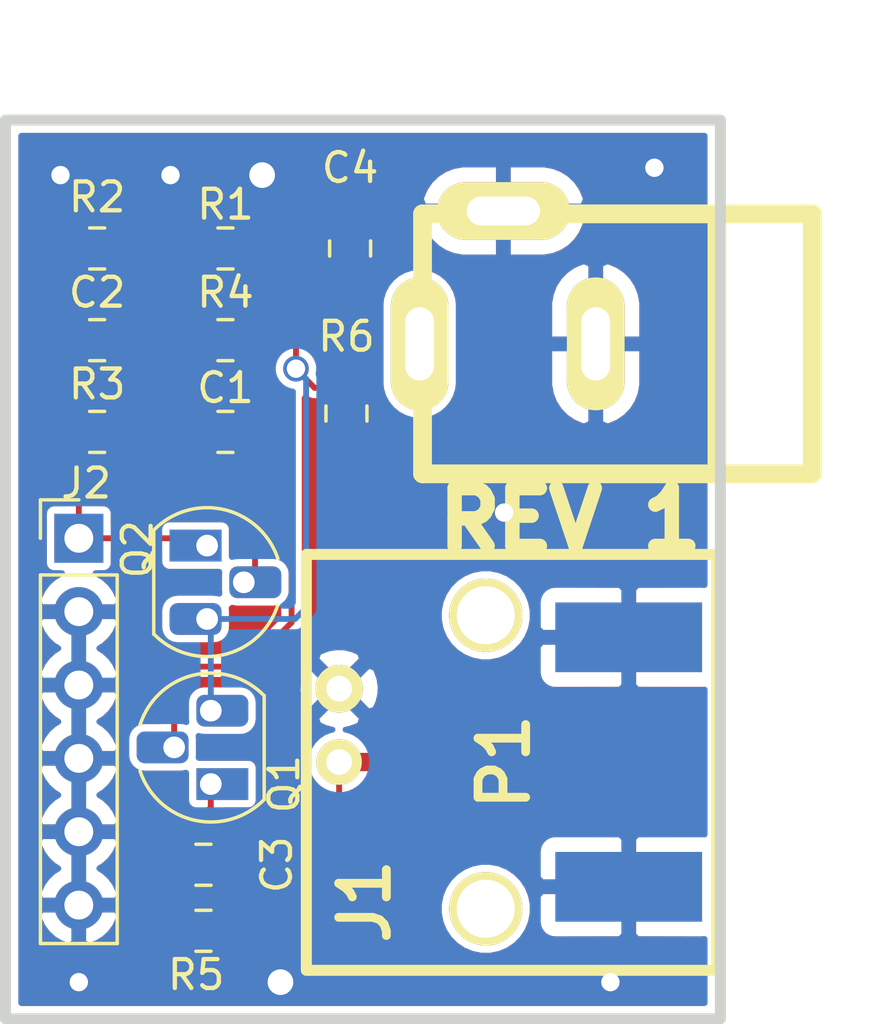
<source format=kicad_pcb>
(kicad_pcb (version 20171130) (host pcbnew "(5.1.5)-3")

  (general
    (thickness 1.6002)
    (drawings 7)
    (tracks 64)
    (zones 0)
    (modules 16)
    (nets 9)
  )

  (page A)
  (title_block
    (title "CW FILTER")
    (date 2021-08-17)
    (rev 1)
    (company "Land Boards LLC")
  )

  (layers
    (0 Front signal)
    (31 Back signal)
    (36 B.SilkS user)
    (37 F.SilkS user)
    (38 B.Mask user)
    (39 F.Mask user)
    (40 Dwgs.User user)
    (44 Edge.Cuts user)
  )

  (setup
    (last_trace_width 0.2032)
    (user_trace_width 0.3048)
    (user_trace_width 0.381)
    (user_trace_width 0.635)
    (trace_clearance 0.254)
    (zone_clearance 0.254)
    (zone_45_only no)
    (trace_min 0.2032)
    (via_size 0.889)
    (via_drill 0.635)
    (via_min_size 0.889)
    (via_min_drill 0.508)
    (uvia_size 0.508)
    (uvia_drill 0.127)
    (uvias_allowed no)
    (uvia_min_size 0.508)
    (uvia_min_drill 0.127)
    (edge_width 0.381)
    (segment_width 0.381)
    (pcb_text_width 0.3048)
    (pcb_text_size 1.524 2.032)
    (mod_edge_width 0.381)
    (mod_text_size 1.524 1.524)
    (mod_text_width 0.3048)
    (pad_size 1.524 1.524)
    (pad_drill 0.8128)
    (pad_to_mask_clearance 0.254)
    (aux_axis_origin 147.32 73.8124)
    (grid_origin 0.02 0.0124)
    (visible_elements 7FFFEB7F)
    (pcbplotparams
      (layerselection 0x010f0_ffffffff)
      (usegerberextensions false)
      (usegerberattributes false)
      (usegerberadvancedattributes false)
      (creategerberjobfile false)
      (excludeedgelayer true)
      (linewidth 0.150000)
      (plotframeref false)
      (viasonmask false)
      (mode 1)
      (useauxorigin false)
      (hpglpennumber 1)
      (hpglpenspeed 20)
      (hpglpendiameter 15.000000)
      (psnegative false)
      (psa4output false)
      (plotreference true)
      (plotvalue true)
      (plotinvisibletext false)
      (padsonsilk false)
      (subtractmaskfromsilk false)
      (outputformat 1)
      (mirror false)
      (drillshape 0)
      (scaleselection 1)
      (outputdirectory "plots/"))
  )

  (net 0 "")
  (net 1 GND)
  (net 2 "Net-(C1-Pad1)")
  (net 3 "Net-(C3-Pad1)")
  (net 4 "Net-(C3-Pad2)")
  (net 5 "Net-(C1-Pad2)")
  (net 6 "Net-(C4-Pad1)")
  (net 7 "Net-(J3-Pad1)")
  (net 8 "Net-(Q2-Pad2)")

  (net_class Default "This is the default net class."
    (clearance 0.254)
    (trace_width 0.2032)
    (via_dia 0.889)
    (via_drill 0.635)
    (uvia_dia 0.508)
    (uvia_drill 0.127)
    (add_net GND)
    (add_net "Net-(C1-Pad1)")
    (add_net "Net-(C1-Pad2)")
    (add_net "Net-(C3-Pad1)")
    (add_net "Net-(C3-Pad2)")
    (add_net "Net-(C4-Pad1)")
    (add_net "Net-(J3-Pad1)")
    (add_net "Net-(Q2-Pad2)")
  )

  (module LandBoards_Conns:BNC-RT (layer Front) (tedit 5183D213) (tstamp 611C54A8)
    (at 99.207 78.7524 270)
    (path /611D0E72)
    (fp_text reference J1 (at 4.826 -0.889 90) (layer F.SilkS)
      (effects (font (size 1.651 1.651) (thickness 0.3048)))
    )
    (fp_text value BNC (at -0.14986 6.2992 90) (layer F.SilkS) hide
      (effects (font (size 1.524 1.524) (thickness 0.3048)))
    )
    (fp_line (start -7.1882 1.13538) (end 7.21106 1.13538) (layer F.SilkS) (width 0.381))
    (fp_line (start 7.21106 -13.08354) (end 7.21106 1.1176) (layer F.SilkS) (width 0.381))
    (fp_line (start -7.19328 -13.07846) (end 7.20598 -13.07846) (layer F.SilkS) (width 0.381))
    (fp_line (start -7.1882 1.1176) (end -7.1882 -13.08354) (layer F.SilkS) (width 0.381))
    (pad "" thru_hole circle (at 5.08 -5.08 270) (size 2.54 2.54) (drill 2.00914) (layers *.Cu *.Mask F.SilkS))
    (pad "" thru_hole circle (at -5.08 -5.08 270) (size 2.54 2.54) (drill 2.00914) (layers *.Cu *.Mask F.SilkS))
    (pad 2 thru_hole circle (at -2.54 0 270) (size 1.651 1.651) (drill 0.889) (layers *.Cu *.Mask F.SilkS)
      (net 1 GND))
    (pad 1 thru_hole circle (at 0 0 270) (size 1.5748 1.5748) (drill 0.889) (layers *.Cu *.Mask F.SilkS)
      (net 3 "Net-(C3-Pad1)"))
    (model C:/Users/HPz420/Documents/GitHub/land-boards/lb-boards/KiCAD/3D_STP_Files/BNC/31-5431-10RFX.stp
      (offset (xyz 0 -1.2192 0))
      (scale (xyz 1 1 1))
      (rotate (xyz -90 0 -90))
    )
  )

  (module LandBoards_Conns:SMA_EDGE (layer Front) (tedit 516DB352) (tstamp 611CC668)
    (at 109.24 78.7524)
    (path /611D0E7C)
    (fp_text reference P1 (at -4.318 0 90) (layer F.SilkS)
      (effects (font (size 1.651 1.651) (thickness 0.3048)))
    )
    (fp_text value SMA (at 4.826 0.254 90) (layer F.SilkS) hide
      (effects (font (size 1.524 1.524) (thickness 0.3048)))
    )
    (pad 2 smd rect (at 0 4.318) (size 5.08 2.413) (layers Back B.Paste B.Mask)
      (net 1 GND))
    (pad 2 smd rect (at 0 -4.318) (size 5.08 2.413) (layers Back B.Paste B.Mask)
      (net 1 GND))
    (pad 2 smd rect (at 0 4.318) (size 5.08 2.413) (layers Front F.Paste F.Mask)
      (net 1 GND))
    (pad 2 smd rect (at 0 -4.318) (size 5.08 2.413) (layers Front F.Paste F.Mask)
      (net 1 GND))
    (pad 1 smd rect (at 0 0) (size 5.08 2.286) (layers Front F.Paste F.Mask)
      (net 3 "Net-(C3-Pad1)"))
  )

  (module Capacitor_SMD:C_0805_2012Metric_Pad1.15x1.40mm_HandSolder (layer Front) (tedit 5B36C52B) (tstamp 611E74CB)
    (at 95.27 67.3224 180)
    (descr "Capacitor SMD 0805 (2012 Metric), square (rectangular) end terminal, IPC_7351 nominal with elongated pad for handsoldering. (Body size source: https://docs.google.com/spreadsheets/d/1BsfQQcO9C6DZCsRaXUlFlo91Tg2WpOkGARC1WS5S8t0/edit?usp=sharing), generated with kicad-footprint-generator")
    (tags "capacitor handsolder")
    (path /6120130D)
    (attr smd)
    (fp_text reference C1 (at 0 1.524) (layer F.SilkS)
      (effects (font (size 1 1) (thickness 0.15)))
    )
    (fp_text value 470PF (at 0 1.65) (layer F.Fab)
      (effects (font (size 1 1) (thickness 0.15)))
    )
    (fp_text user %R (at 0 0) (layer F.Fab)
      (effects (font (size 0.5 0.5) (thickness 0.08)))
    )
    (fp_line (start 1.85 0.95) (end -1.85 0.95) (layer F.CrtYd) (width 0.05))
    (fp_line (start 1.85 -0.95) (end 1.85 0.95) (layer F.CrtYd) (width 0.05))
    (fp_line (start -1.85 -0.95) (end 1.85 -0.95) (layer F.CrtYd) (width 0.05))
    (fp_line (start -1.85 0.95) (end -1.85 -0.95) (layer F.CrtYd) (width 0.05))
    (fp_line (start -0.261252 0.71) (end 0.261252 0.71) (layer F.SilkS) (width 0.12))
    (fp_line (start -0.261252 -0.71) (end 0.261252 -0.71) (layer F.SilkS) (width 0.12))
    (fp_line (start 1 0.6) (end -1 0.6) (layer F.Fab) (width 0.1))
    (fp_line (start 1 -0.6) (end 1 0.6) (layer F.Fab) (width 0.1))
    (fp_line (start -1 -0.6) (end 1 -0.6) (layer F.Fab) (width 0.1))
    (fp_line (start -1 0.6) (end -1 -0.6) (layer F.Fab) (width 0.1))
    (pad 2 smd roundrect (at 1.025 0 180) (size 1.15 1.4) (layers Front F.Paste F.Mask) (roundrect_rratio 0.217391)
      (net 5 "Net-(C1-Pad2)"))
    (pad 1 smd roundrect (at -1.025 0 180) (size 1.15 1.4) (layers Front F.Paste F.Mask) (roundrect_rratio 0.217391)
      (net 2 "Net-(C1-Pad1)"))
    (model ${KISYS3DMOD}/Capacitor_SMD.3dshapes/C_0805_2012Metric.wrl
      (at (xyz 0 0 0))
      (scale (xyz 1 1 1))
      (rotate (xyz 0 0 0))
    )
  )

  (module Capacitor_SMD:C_0805_2012Metric_Pad1.15x1.40mm_HandSolder (layer Front) (tedit 5B36C52B) (tstamp 611E74FB)
    (at 90.825 64.1474 180)
    (descr "Capacitor SMD 0805 (2012 Metric), square (rectangular) end terminal, IPC_7351 nominal with elongated pad for handsoldering. (Body size source: https://docs.google.com/spreadsheets/d/1BsfQQcO9C6DZCsRaXUlFlo91Tg2WpOkGARC1WS5S8t0/edit?usp=sharing), generated with kicad-footprint-generator")
    (tags "capacitor handsolder")
    (path /611F875A)
    (attr smd)
    (fp_text reference C2 (at 0 1.651) (layer F.SilkS)
      (effects (font (size 1 1) (thickness 0.15)))
    )
    (fp_text value 470PF (at 0 1.65) (layer F.Fab)
      (effects (font (size 1 1) (thickness 0.15)))
    )
    (fp_line (start -1 0.6) (end -1 -0.6) (layer F.Fab) (width 0.1))
    (fp_line (start -1 -0.6) (end 1 -0.6) (layer F.Fab) (width 0.1))
    (fp_line (start 1 -0.6) (end 1 0.6) (layer F.Fab) (width 0.1))
    (fp_line (start 1 0.6) (end -1 0.6) (layer F.Fab) (width 0.1))
    (fp_line (start -0.261252 -0.71) (end 0.261252 -0.71) (layer F.SilkS) (width 0.12))
    (fp_line (start -0.261252 0.71) (end 0.261252 0.71) (layer F.SilkS) (width 0.12))
    (fp_line (start -1.85 0.95) (end -1.85 -0.95) (layer F.CrtYd) (width 0.05))
    (fp_line (start -1.85 -0.95) (end 1.85 -0.95) (layer F.CrtYd) (width 0.05))
    (fp_line (start 1.85 -0.95) (end 1.85 0.95) (layer F.CrtYd) (width 0.05))
    (fp_line (start 1.85 0.95) (end -1.85 0.95) (layer F.CrtYd) (width 0.05))
    (fp_text user %R (at 0 0) (layer F.Fab)
      (effects (font (size 0.5 0.5) (thickness 0.08)))
    )
    (pad 1 smd roundrect (at -1.025 0 180) (size 1.15 1.4) (layers Front F.Paste F.Mask) (roundrect_rratio 0.217391)
      (net 5 "Net-(C1-Pad2)"))
    (pad 2 smd roundrect (at 1.025 0 180) (size 1.15 1.4) (layers Front F.Paste F.Mask) (roundrect_rratio 0.217391)
      (net 1 GND))
    (model ${KISYS3DMOD}/Capacitor_SMD.3dshapes/C_0805_2012Metric.wrl
      (at (xyz 0 0 0))
      (scale (xyz 1 1 1))
      (rotate (xyz 0 0 0))
    )
  )

  (module Capacitor_SMD:C_0805_2012Metric_Pad1.15x1.40mm_HandSolder (layer Front) (tedit 5B36C52B) (tstamp 611E749B)
    (at 94.508 82.3084 180)
    (descr "Capacitor SMD 0805 (2012 Metric), square (rectangular) end terminal, IPC_7351 nominal with elongated pad for handsoldering. (Body size source: https://docs.google.com/spreadsheets/d/1BsfQQcO9C6DZCsRaXUlFlo91Tg2WpOkGARC1WS5S8t0/edit?usp=sharing), generated with kicad-footprint-generator")
    (tags "capacitor handsolder")
    (path /611F51C6)
    (attr smd)
    (fp_text reference C3 (at -2.54 0 90) (layer F.SilkS)
      (effects (font (size 1 1) (thickness 0.15)))
    )
    (fp_text value 100pF (at 0 1.65) (layer F.Fab)
      (effects (font (size 1 1) (thickness 0.15)))
    )
    (fp_text user %R (at 0 0) (layer F.Fab)
      (effects (font (size 0.5 0.5) (thickness 0.08)))
    )
    (fp_line (start 1.85 0.95) (end -1.85 0.95) (layer F.CrtYd) (width 0.05))
    (fp_line (start 1.85 -0.95) (end 1.85 0.95) (layer F.CrtYd) (width 0.05))
    (fp_line (start -1.85 -0.95) (end 1.85 -0.95) (layer F.CrtYd) (width 0.05))
    (fp_line (start -1.85 0.95) (end -1.85 -0.95) (layer F.CrtYd) (width 0.05))
    (fp_line (start -0.261252 0.71) (end 0.261252 0.71) (layer F.SilkS) (width 0.12))
    (fp_line (start -0.261252 -0.71) (end 0.261252 -0.71) (layer F.SilkS) (width 0.12))
    (fp_line (start 1 0.6) (end -1 0.6) (layer F.Fab) (width 0.1))
    (fp_line (start 1 -0.6) (end 1 0.6) (layer F.Fab) (width 0.1))
    (fp_line (start -1 -0.6) (end 1 -0.6) (layer F.Fab) (width 0.1))
    (fp_line (start -1 0.6) (end -1 -0.6) (layer F.Fab) (width 0.1))
    (pad 2 smd roundrect (at 1.025 0 180) (size 1.15 1.4) (layers Front F.Paste F.Mask) (roundrect_rratio 0.217391)
      (net 4 "Net-(C3-Pad2)"))
    (pad 1 smd roundrect (at -1.025 0 180) (size 1.15 1.4) (layers Front F.Paste F.Mask) (roundrect_rratio 0.217391)
      (net 3 "Net-(C3-Pad1)"))
    (model ${KISYS3DMOD}/Capacitor_SMD.3dshapes/C_0805_2012Metric.wrl
      (at (xyz 0 0 0))
      (scale (xyz 1 1 1))
      (rotate (xyz 0 0 0))
    )
  )

  (module Capacitor_SMD:C_0805_2012Metric_Pad1.15x1.40mm_HandSolder (layer Front) (tedit 5B36C52B) (tstamp 611E758B)
    (at 99.588 60.9724 90)
    (descr "Capacitor SMD 0805 (2012 Metric), square (rectangular) end terminal, IPC_7351 nominal with elongated pad for handsoldering. (Body size source: https://docs.google.com/spreadsheets/d/1BsfQQcO9C6DZCsRaXUlFlo91Tg2WpOkGARC1WS5S8t0/edit?usp=sharing), generated with kicad-footprint-generator")
    (tags "capacitor handsolder")
    (path /611FD57B)
    (attr smd)
    (fp_text reference C4 (at 2.794 0 180) (layer F.SilkS)
      (effects (font (size 1 1) (thickness 0.15)))
    )
    (fp_text value 0.1uF (at 0 1.65 90) (layer F.Fab)
      (effects (font (size 1 1) (thickness 0.15)))
    )
    (fp_line (start -1 0.6) (end -1 -0.6) (layer F.Fab) (width 0.1))
    (fp_line (start -1 -0.6) (end 1 -0.6) (layer F.Fab) (width 0.1))
    (fp_line (start 1 -0.6) (end 1 0.6) (layer F.Fab) (width 0.1))
    (fp_line (start 1 0.6) (end -1 0.6) (layer F.Fab) (width 0.1))
    (fp_line (start -0.261252 -0.71) (end 0.261252 -0.71) (layer F.SilkS) (width 0.12))
    (fp_line (start -0.261252 0.71) (end 0.261252 0.71) (layer F.SilkS) (width 0.12))
    (fp_line (start -1.85 0.95) (end -1.85 -0.95) (layer F.CrtYd) (width 0.05))
    (fp_line (start -1.85 -0.95) (end 1.85 -0.95) (layer F.CrtYd) (width 0.05))
    (fp_line (start 1.85 -0.95) (end 1.85 0.95) (layer F.CrtYd) (width 0.05))
    (fp_line (start 1.85 0.95) (end -1.85 0.95) (layer F.CrtYd) (width 0.05))
    (fp_text user %R (at 0 0 90) (layer F.Fab)
      (effects (font (size 0.5 0.5) (thickness 0.08)))
    )
    (pad 1 smd roundrect (at -1.025 0 90) (size 1.15 1.4) (layers Front F.Paste F.Mask) (roundrect_rratio 0.217391)
      (net 6 "Net-(C4-Pad1)"))
    (pad 2 smd roundrect (at 1.025 0 90) (size 1.15 1.4) (layers Front F.Paste F.Mask) (roundrect_rratio 0.217391)
      (net 1 GND))
    (model ${KISYS3DMOD}/Capacitor_SMD.3dshapes/C_0805_2012Metric.wrl
      (at (xyz 0 0 0))
      (scale (xyz 1 1 1))
      (rotate (xyz 0 0 0))
    )
  )

  (module LandBoards_Conns:DCJ-NEW-Slotted (layer Front) (tedit 5D588C00) (tstamp 611E7475)
    (at 108.097 64.2744 180)
    (descr "DC Pwr, 2.1mm Jack")
    (tags "DC Power jack, 2.1mm")
    (path /6121F8A4)
    (fp_text reference J3 (at -0.0508 -6.05028) (layer F.SilkS) hide
      (effects (font (size 1.27 1.27) (thickness 0.3175)))
    )
    (fp_text value DCJ0202 (at -6 0 90) (layer F.SilkS) hide
      (effects (font (size 1.016 1.016) (thickness 0.254)))
    )
    (fp_line (start -4.2 4.5) (end -4.2 -4.5) (layer F.SilkS) (width 0.65))
    (fp_line (start -7.5 -4.5) (end -7.5 4.5) (layer F.SilkS) (width 0.65))
    (fp_line (start -7.5 -4.5) (end 6 -4.5) (layer F.SilkS) (width 0.65))
    (fp_line (start 6 -4.5) (end 6 4.5) (layer F.SilkS) (width 0.65))
    (fp_line (start -7.5 4.5) (end 6 4.5) (layer F.SilkS) (width 0.65))
    (pad 2 thru_hole oval (at 0 0 180) (size 2 4.6) (drill oval 1 2.54) (layers *.Cu *.Mask F.SilkS)
      (net 1 GND))
    (pad 1 thru_hole oval (at 6.1 0 180) (size 2 4.6) (drill oval 1 2.54) (layers *.Cu *.Mask F.SilkS)
      (net 7 "Net-(J3-Pad1)"))
    (pad 3 thru_hole oval (at 3.2 4.6 180) (size 4.6 2) (drill oval 2.54 1) (layers *.Cu *.Mask F.SilkS)
      (net 1 GND))
    (model C:/Users/HPz420/Documents/GitHub/land-boards/lb-boards/KiCAD/3D_STP_Files/DC_Jack/DS-201B.step
      (at (xyz 0 0 0))
      (scale (xyz 1 1 1))
      (rotate (xyz 0 0 -90))
    )
  )

  (module Package_TO_SOT_THT:TO-92_HandSolder (layer Front) (tedit 5A282C46) (tstamp 611E73E5)
    (at 94.635 71.2594 270)
    (descr "TO-92 leads molded, narrow, drill 0.75mm, handsoldering variant with enlarged pads (see NXP sot054_po.pdf)")
    (tags "to-92 sc-43 sc-43a sot54 PA33 transistor")
    (path /611EC0AC)
    (fp_text reference Q1 (at 8.255 -2.667 90) (layer F.SilkS)
      (effects (font (size 1 1) (thickness 0.15)))
    )
    (fp_text value 2N3904 (at 1.27 2.79 90) (layer F.Fab)
      (effects (font (size 1 1) (thickness 0.15)))
    )
    (fp_text user %R (at 1.27 -4.4 90) (layer F.Fab)
      (effects (font (size 1 1) (thickness 0.15)))
    )
    (fp_line (start -0.53 1.85) (end 3.07 1.85) (layer F.SilkS) (width 0.12))
    (fp_line (start -0.5 1.75) (end 3 1.75) (layer F.Fab) (width 0.1))
    (fp_line (start -1.46 -3.05) (end 4 -3.05) (layer F.CrtYd) (width 0.05))
    (fp_line (start -1.45 -3.05) (end -1.46 2.01) (layer F.CrtYd) (width 0.05))
    (fp_line (start 4 2.01) (end 4 -3.05) (layer F.CrtYd) (width 0.05))
    (fp_line (start 4 2.01) (end -1.46 2.01) (layer F.CrtYd) (width 0.05))
    (fp_arc (start 1.27 0) (end 1.27 -2.48) (angle 135) (layer F.Fab) (width 0.1))
    (fp_arc (start 1.27 0) (end 0.45 -2.45) (angle -116.9632683) (layer F.SilkS) (width 0.12))
    (fp_arc (start 1.27 0) (end 1.27 -2.48) (angle -135) (layer F.Fab) (width 0.1))
    (fp_arc (start 1.27 0) (end 2.05 -2.45) (angle 117.6433766) (layer F.SilkS) (width 0.12))
    (pad 2 thru_hole roundrect (at 1.27 -1.27 270) (size 1.1 1.8) (drill 0.75 (offset 0 -0.4)) (layers *.Cu *.Mask) (roundrect_rratio 0.25)
      (net 2 "Net-(C1-Pad1)"))
    (pad 3 thru_hole roundrect (at 2.54 0 270) (size 1.1 1.8) (drill 0.75 (offset 0 0.4)) (layers *.Cu *.Mask) (roundrect_rratio 0.25)
      (net 6 "Net-(C4-Pad1)"))
    (pad 1 thru_hole rect (at 0 0 270) (size 1.1 1.8) (drill 0.75 (offset 0 0.4)) (layers *.Cu *.Mask)
      (net 5 "Net-(C1-Pad2)"))
    (model ${KISYS3DMOD}/Package_TO_SOT_THT.3dshapes/TO-92.wrl
      (at (xyz 0 0 0))
      (scale (xyz 1 1 1))
      (rotate (xyz 0 0 0))
    )
  )

  (module Package_TO_SOT_THT:TO-92_HandSolder (layer Front) (tedit 5A282C46) (tstamp 611E7448)
    (at 94.762 79.5144 90)
    (descr "TO-92 leads molded, narrow, drill 0.75mm, handsoldering variant with enlarged pads (see NXP sot054_po.pdf)")
    (tags "to-92 sc-43 sc-43a sot54 PA33 transistor")
    (path /611ECF68)
    (fp_text reference Q2 (at 8.128 -2.54 90) (layer F.SilkS)
      (effects (font (size 1 1) (thickness 0.15)))
    )
    (fp_text value 2N3904 (at 1.27 2.79 90) (layer F.Fab)
      (effects (font (size 1 1) (thickness 0.15)))
    )
    (fp_arc (start 1.27 0) (end 2.05 -2.45) (angle 117.6433766) (layer F.SilkS) (width 0.12))
    (fp_arc (start 1.27 0) (end 1.27 -2.48) (angle -135) (layer F.Fab) (width 0.1))
    (fp_arc (start 1.27 0) (end 0.45 -2.45) (angle -116.9632683) (layer F.SilkS) (width 0.12))
    (fp_arc (start 1.27 0) (end 1.27 -2.48) (angle 135) (layer F.Fab) (width 0.1))
    (fp_line (start 4 2.01) (end -1.46 2.01) (layer F.CrtYd) (width 0.05))
    (fp_line (start 4 2.01) (end 4 -3.05) (layer F.CrtYd) (width 0.05))
    (fp_line (start -1.45 -3.05) (end -1.46 2.01) (layer F.CrtYd) (width 0.05))
    (fp_line (start -1.46 -3.05) (end 4 -3.05) (layer F.CrtYd) (width 0.05))
    (fp_line (start -0.5 1.75) (end 3 1.75) (layer F.Fab) (width 0.1))
    (fp_line (start -0.53 1.85) (end 3.07 1.85) (layer F.SilkS) (width 0.12))
    (fp_text user %R (at 1.27 -4.4 90) (layer F.Fab)
      (effects (font (size 1 1) (thickness 0.15)))
    )
    (pad 1 thru_hole rect (at 0 0 90) (size 1.1 1.8) (drill 0.75 (offset 0 0.4)) (layers *.Cu *.Mask)
      (net 4 "Net-(C3-Pad2)"))
    (pad 3 thru_hole roundrect (at 2.54 0 90) (size 1.1 1.8) (drill 0.75 (offset 0 0.4)) (layers *.Cu *.Mask) (roundrect_rratio 0.25)
      (net 6 "Net-(C4-Pad1)"))
    (pad 2 thru_hole roundrect (at 1.27 -1.27 90) (size 1.1 1.8) (drill 0.75 (offset 0 -0.4)) (layers *.Cu *.Mask) (roundrect_rratio 0.25)
      (net 8 "Net-(Q2-Pad2)"))
    (model ${KISYS3DMOD}/Package_TO_SOT_THT.3dshapes/TO-92.wrl
      (at (xyz 0 0 0))
      (scale (xyz 1 1 1))
      (rotate (xyz 0 0 0))
    )
  )

  (module Resistor_SMD:R_0805_2012Metric_Pad1.15x1.40mm_HandSolder (layer Front) (tedit 5B36C52B) (tstamp 611E755B)
    (at 95.27 60.9724)
    (descr "Resistor SMD 0805 (2012 Metric), square (rectangular) end terminal, IPC_7351 nominal with elongated pad for handsoldering. (Body size source: https://docs.google.com/spreadsheets/d/1BsfQQcO9C6DZCsRaXUlFlo91Tg2WpOkGARC1WS5S8t0/edit?usp=sharing), generated with kicad-footprint-generator")
    (tags "resistor handsolder")
    (path /61203C33)
    (attr smd)
    (fp_text reference R1 (at 0 -1.524) (layer F.SilkS)
      (effects (font (size 1 1) (thickness 0.15)))
    )
    (fp_text value 10K (at 0 1.65) (layer F.Fab)
      (effects (font (size 1 1) (thickness 0.15)))
    )
    (fp_text user %R (at 0 0) (layer F.Fab)
      (effects (font (size 0.5 0.5) (thickness 0.08)))
    )
    (fp_line (start 1.85 0.95) (end -1.85 0.95) (layer F.CrtYd) (width 0.05))
    (fp_line (start 1.85 -0.95) (end 1.85 0.95) (layer F.CrtYd) (width 0.05))
    (fp_line (start -1.85 -0.95) (end 1.85 -0.95) (layer F.CrtYd) (width 0.05))
    (fp_line (start -1.85 0.95) (end -1.85 -0.95) (layer F.CrtYd) (width 0.05))
    (fp_line (start -0.261252 0.71) (end 0.261252 0.71) (layer F.SilkS) (width 0.12))
    (fp_line (start -0.261252 -0.71) (end 0.261252 -0.71) (layer F.SilkS) (width 0.12))
    (fp_line (start 1 0.6) (end -1 0.6) (layer F.Fab) (width 0.1))
    (fp_line (start 1 -0.6) (end 1 0.6) (layer F.Fab) (width 0.1))
    (fp_line (start -1 -0.6) (end 1 -0.6) (layer F.Fab) (width 0.1))
    (fp_line (start -1 0.6) (end -1 -0.6) (layer F.Fab) (width 0.1))
    (pad 2 smd roundrect (at 1.025 0) (size 1.15 1.4) (layers Front F.Paste F.Mask) (roundrect_rratio 0.217391)
      (net 6 "Net-(C4-Pad1)"))
    (pad 1 smd roundrect (at -1.025 0) (size 1.15 1.4) (layers Front F.Paste F.Mask) (roundrect_rratio 0.217391)
      (net 5 "Net-(C1-Pad2)"))
    (model ${KISYS3DMOD}/Resistor_SMD.3dshapes/R_0805_2012Metric.wrl
      (at (xyz 0 0 0))
      (scale (xyz 1 1 1))
      (rotate (xyz 0 0 0))
    )
  )

  (module Resistor_SMD:R_0805_2012Metric_Pad1.15x1.40mm_HandSolder (layer Front) (tedit 5B36C52B) (tstamp 611E752B)
    (at 90.825 60.9724)
    (descr "Resistor SMD 0805 (2012 Metric), square (rectangular) end terminal, IPC_7351 nominal with elongated pad for handsoldering. (Body size source: https://docs.google.com/spreadsheets/d/1BsfQQcO9C6DZCsRaXUlFlo91Tg2WpOkGARC1WS5S8t0/edit?usp=sharing), generated with kicad-footprint-generator")
    (tags "resistor handsolder")
    (path /61207436)
    (attr smd)
    (fp_text reference R2 (at 0 -1.778) (layer F.SilkS)
      (effects (font (size 1 1) (thickness 0.15)))
    )
    (fp_text value 10K (at 0 1.65) (layer F.Fab)
      (effects (font (size 1 1) (thickness 0.15)))
    )
    (fp_line (start -1 0.6) (end -1 -0.6) (layer F.Fab) (width 0.1))
    (fp_line (start -1 -0.6) (end 1 -0.6) (layer F.Fab) (width 0.1))
    (fp_line (start 1 -0.6) (end 1 0.6) (layer F.Fab) (width 0.1))
    (fp_line (start 1 0.6) (end -1 0.6) (layer F.Fab) (width 0.1))
    (fp_line (start -0.261252 -0.71) (end 0.261252 -0.71) (layer F.SilkS) (width 0.12))
    (fp_line (start -0.261252 0.71) (end 0.261252 0.71) (layer F.SilkS) (width 0.12))
    (fp_line (start -1.85 0.95) (end -1.85 -0.95) (layer F.CrtYd) (width 0.05))
    (fp_line (start -1.85 -0.95) (end 1.85 -0.95) (layer F.CrtYd) (width 0.05))
    (fp_line (start 1.85 -0.95) (end 1.85 0.95) (layer F.CrtYd) (width 0.05))
    (fp_line (start 1.85 0.95) (end -1.85 0.95) (layer F.CrtYd) (width 0.05))
    (fp_text user %R (at 0 0) (layer F.Fab)
      (effects (font (size 0.5 0.5) (thickness 0.08)))
    )
    (pad 1 smd roundrect (at -1.025 0) (size 1.15 1.4) (layers Front F.Paste F.Mask) (roundrect_rratio 0.217391)
      (net 1 GND))
    (pad 2 smd roundrect (at 1.025 0) (size 1.15 1.4) (layers Front F.Paste F.Mask) (roundrect_rratio 0.217391)
      (net 5 "Net-(C1-Pad2)"))
    (model ${KISYS3DMOD}/Resistor_SMD.3dshapes/R_0805_2012Metric.wrl
      (at (xyz 0 0 0))
      (scale (xyz 1 1 1))
      (rotate (xyz 0 0 0))
    )
  )

  (module Resistor_SMD:R_0805_2012Metric_Pad1.15x1.40mm_HandSolder (layer Front) (tedit 5B36C52B) (tstamp 611E7417)
    (at 90.825 67.3224)
    (descr "Resistor SMD 0805 (2012 Metric), square (rectangular) end terminal, IPC_7351 nominal with elongated pad for handsoldering. (Body size source: https://docs.google.com/spreadsheets/d/1BsfQQcO9C6DZCsRaXUlFlo91Tg2WpOkGARC1WS5S8t0/edit?usp=sharing), generated with kicad-footprint-generator")
    (tags "resistor handsolder")
    (path /611F0C3E)
    (attr smd)
    (fp_text reference R3 (at 0 -1.65) (layer F.SilkS)
      (effects (font (size 1 1) (thickness 0.15)))
    )
    (fp_text value 1K (at 0 1.65) (layer F.Fab)
      (effects (font (size 1 1) (thickness 0.15)))
    )
    (fp_line (start -1 0.6) (end -1 -0.6) (layer F.Fab) (width 0.1))
    (fp_line (start -1 -0.6) (end 1 -0.6) (layer F.Fab) (width 0.1))
    (fp_line (start 1 -0.6) (end 1 0.6) (layer F.Fab) (width 0.1))
    (fp_line (start 1 0.6) (end -1 0.6) (layer F.Fab) (width 0.1))
    (fp_line (start -0.261252 -0.71) (end 0.261252 -0.71) (layer F.SilkS) (width 0.12))
    (fp_line (start -0.261252 0.71) (end 0.261252 0.71) (layer F.SilkS) (width 0.12))
    (fp_line (start -1.85 0.95) (end -1.85 -0.95) (layer F.CrtYd) (width 0.05))
    (fp_line (start -1.85 -0.95) (end 1.85 -0.95) (layer F.CrtYd) (width 0.05))
    (fp_line (start 1.85 -0.95) (end 1.85 0.95) (layer F.CrtYd) (width 0.05))
    (fp_line (start 1.85 0.95) (end -1.85 0.95) (layer F.CrtYd) (width 0.05))
    (fp_text user %R (at 0 0) (layer F.Fab)
      (effects (font (size 0.5 0.5) (thickness 0.08)))
    )
    (pad 1 smd roundrect (at -1.025 0) (size 1.15 1.4) (layers Front F.Paste F.Mask) (roundrect_rratio 0.217391)
      (net 1 GND))
    (pad 2 smd roundrect (at 1.025 0) (size 1.15 1.4) (layers Front F.Paste F.Mask) (roundrect_rratio 0.217391)
      (net 5 "Net-(C1-Pad2)"))
    (model ${KISYS3DMOD}/Resistor_SMD.3dshapes/R_0805_2012Metric.wrl
      (at (xyz 0 0 0))
      (scale (xyz 1 1 1))
      (rotate (xyz 0 0 0))
    )
  )

  (module Resistor_SMD:R_0805_2012Metric_Pad1.15x1.40mm_HandSolder (layer Front) (tedit 5B36C52B) (tstamp 611E73B4)
    (at 95.27 64.1474 180)
    (descr "Resistor SMD 0805 (2012 Metric), square (rectangular) end terminal, IPC_7351 nominal with elongated pad for handsoldering. (Body size source: https://docs.google.com/spreadsheets/d/1BsfQQcO9C6DZCsRaXUlFlo91Tg2WpOkGARC1WS5S8t0/edit?usp=sharing), generated with kicad-footprint-generator")
    (tags "resistor handsolder")
    (path /611EDE4C)
    (attr smd)
    (fp_text reference R4 (at 0 1.651) (layer F.SilkS)
      (effects (font (size 1 1) (thickness 0.15)))
    )
    (fp_text value 1K (at 0 1.65) (layer F.Fab)
      (effects (font (size 1 1) (thickness 0.15)))
    )
    (fp_text user %R (at 0 0) (layer F.Fab)
      (effects (font (size 0.5 0.5) (thickness 0.08)))
    )
    (fp_line (start 1.85 0.95) (end -1.85 0.95) (layer F.CrtYd) (width 0.05))
    (fp_line (start 1.85 -0.95) (end 1.85 0.95) (layer F.CrtYd) (width 0.05))
    (fp_line (start -1.85 -0.95) (end 1.85 -0.95) (layer F.CrtYd) (width 0.05))
    (fp_line (start -1.85 0.95) (end -1.85 -0.95) (layer F.CrtYd) (width 0.05))
    (fp_line (start -0.261252 0.71) (end 0.261252 0.71) (layer F.SilkS) (width 0.12))
    (fp_line (start -0.261252 -0.71) (end 0.261252 -0.71) (layer F.SilkS) (width 0.12))
    (fp_line (start 1 0.6) (end -1 0.6) (layer F.Fab) (width 0.1))
    (fp_line (start 1 -0.6) (end 1 0.6) (layer F.Fab) (width 0.1))
    (fp_line (start -1 -0.6) (end 1 -0.6) (layer F.Fab) (width 0.1))
    (fp_line (start -1 0.6) (end -1 -0.6) (layer F.Fab) (width 0.1))
    (pad 2 smd roundrect (at 1.025 0 180) (size 1.15 1.4) (layers Front F.Paste F.Mask) (roundrect_rratio 0.217391)
      (net 5 "Net-(C1-Pad2)"))
    (pad 1 smd roundrect (at -1.025 0 180) (size 1.15 1.4) (layers Front F.Paste F.Mask) (roundrect_rratio 0.217391)
      (net 8 "Net-(Q2-Pad2)"))
    (model ${KISYS3DMOD}/Resistor_SMD.3dshapes/R_0805_2012Metric.wrl
      (at (xyz 0 0 0))
      (scale (xyz 1 1 1))
      (rotate (xyz 0 0 0))
    )
  )

  (module Resistor_SMD:R_0805_2012Metric_Pad1.15x1.40mm_HandSolder (layer Front) (tedit 5B36C52B) (tstamp 611E7384)
    (at 94.508 84.5944 180)
    (descr "Resistor SMD 0805 (2012 Metric), square (rectangular) end terminal, IPC_7351 nominal with elongated pad for handsoldering. (Body size source: https://docs.google.com/spreadsheets/d/1BsfQQcO9C6DZCsRaXUlFlo91Tg2WpOkGARC1WS5S8t0/edit?usp=sharing), generated with kicad-footprint-generator")
    (tags "resistor handsolder")
    (path /611F2DAE)
    (attr smd)
    (fp_text reference R5 (at 0.254 -1.524) (layer F.SilkS)
      (effects (font (size 1 1) (thickness 0.15)))
    )
    (fp_text value 1K (at 0 1.65) (layer F.Fab)
      (effects (font (size 1 1) (thickness 0.15)))
    )
    (fp_text user %R (at 0 0) (layer F.Fab)
      (effects (font (size 0.5 0.5) (thickness 0.08)))
    )
    (fp_line (start 1.85 0.95) (end -1.85 0.95) (layer F.CrtYd) (width 0.05))
    (fp_line (start 1.85 -0.95) (end 1.85 0.95) (layer F.CrtYd) (width 0.05))
    (fp_line (start -1.85 -0.95) (end 1.85 -0.95) (layer F.CrtYd) (width 0.05))
    (fp_line (start -1.85 0.95) (end -1.85 -0.95) (layer F.CrtYd) (width 0.05))
    (fp_line (start -0.261252 0.71) (end 0.261252 0.71) (layer F.SilkS) (width 0.12))
    (fp_line (start -0.261252 -0.71) (end 0.261252 -0.71) (layer F.SilkS) (width 0.12))
    (fp_line (start 1 0.6) (end -1 0.6) (layer F.Fab) (width 0.1))
    (fp_line (start 1 -0.6) (end 1 0.6) (layer F.Fab) (width 0.1))
    (fp_line (start -1 -0.6) (end 1 -0.6) (layer F.Fab) (width 0.1))
    (fp_line (start -1 0.6) (end -1 -0.6) (layer F.Fab) (width 0.1))
    (pad 2 smd roundrect (at 1.025 0 180) (size 1.15 1.4) (layers Front F.Paste F.Mask) (roundrect_rratio 0.217391)
      (net 4 "Net-(C3-Pad2)"))
    (pad 1 smd roundrect (at -1.025 0 180) (size 1.15 1.4) (layers Front F.Paste F.Mask) (roundrect_rratio 0.217391)
      (net 1 GND))
    (model ${KISYS3DMOD}/Resistor_SMD.3dshapes/R_0805_2012Metric.wrl
      (at (xyz 0 0 0))
      (scale (xyz 1 1 1))
      (rotate (xyz 0 0 0))
    )
  )

  (module Resistor_SMD:R_0805_2012Metric_Pad1.15x1.40mm_HandSolder (layer Front) (tedit 5B36C52B) (tstamp 611E7354)
    (at 99.461 66.6874 90)
    (descr "Resistor SMD 0805 (2012 Metric), square (rectangular) end terminal, IPC_7351 nominal with elongated pad for handsoldering. (Body size source: https://docs.google.com/spreadsheets/d/1BsfQQcO9C6DZCsRaXUlFlo91Tg2WpOkGARC1WS5S8t0/edit?usp=sharing), generated with kicad-footprint-generator")
    (tags "resistor handsolder")
    (path /6121C688)
    (attr smd)
    (fp_text reference R6 (at 2.667 0 180) (layer F.SilkS)
      (effects (font (size 1 1) (thickness 0.15)))
    )
    (fp_text value 47 (at 0 1.65 90) (layer F.Fab)
      (effects (font (size 1 1) (thickness 0.15)))
    )
    (fp_line (start -1 0.6) (end -1 -0.6) (layer F.Fab) (width 0.1))
    (fp_line (start -1 -0.6) (end 1 -0.6) (layer F.Fab) (width 0.1))
    (fp_line (start 1 -0.6) (end 1 0.6) (layer F.Fab) (width 0.1))
    (fp_line (start 1 0.6) (end -1 0.6) (layer F.Fab) (width 0.1))
    (fp_line (start -0.261252 -0.71) (end 0.261252 -0.71) (layer F.SilkS) (width 0.12))
    (fp_line (start -0.261252 0.71) (end 0.261252 0.71) (layer F.SilkS) (width 0.12))
    (fp_line (start -1.85 0.95) (end -1.85 -0.95) (layer F.CrtYd) (width 0.05))
    (fp_line (start -1.85 -0.95) (end 1.85 -0.95) (layer F.CrtYd) (width 0.05))
    (fp_line (start 1.85 -0.95) (end 1.85 0.95) (layer F.CrtYd) (width 0.05))
    (fp_line (start 1.85 0.95) (end -1.85 0.95) (layer F.CrtYd) (width 0.05))
    (fp_text user %R (at 0 0 90) (layer F.Fab)
      (effects (font (size 0.5 0.5) (thickness 0.08)))
    )
    (pad 1 smd roundrect (at -1.025 0 90) (size 1.15 1.4) (layers Front F.Paste F.Mask) (roundrect_rratio 0.217391)
      (net 7 "Net-(J3-Pad1)"))
    (pad 2 smd roundrect (at 1.025 0 90) (size 1.15 1.4) (layers Front F.Paste F.Mask) (roundrect_rratio 0.217391)
      (net 6 "Net-(C4-Pad1)"))
    (model ${KISYS3DMOD}/Resistor_SMD.3dshapes/R_0805_2012Metric.wrl
      (at (xyz 0 0 0))
      (scale (xyz 1 1 1))
      (rotate (xyz 0 0 0))
    )
  )

  (module Connector_PinHeader_2.54mm:PinHeader_1x06_P2.54mm_Vertical (layer Front) (tedit 59FED5CC) (tstamp 611E7912)
    (at 90.19 71.0054)
    (descr "Through hole straight pin header, 1x06, 2.54mm pitch, single row")
    (tags "Through hole pin header THT 1x06 2.54mm single row")
    (path /6120BE07)
    (fp_text reference J2 (at 0.254 -1.905) (layer F.SilkS)
      (effects (font (size 1 1) (thickness 0.15)))
    )
    (fp_text value Conn_01x06 (at 0 15.03) (layer F.Fab)
      (effects (font (size 1 1) (thickness 0.15)))
    )
    (fp_line (start -0.635 -1.27) (end 1.27 -1.27) (layer F.Fab) (width 0.1))
    (fp_line (start 1.27 -1.27) (end 1.27 13.97) (layer F.Fab) (width 0.1))
    (fp_line (start 1.27 13.97) (end -1.27 13.97) (layer F.Fab) (width 0.1))
    (fp_line (start -1.27 13.97) (end -1.27 -0.635) (layer F.Fab) (width 0.1))
    (fp_line (start -1.27 -0.635) (end -0.635 -1.27) (layer F.Fab) (width 0.1))
    (fp_line (start -1.33 14.03) (end 1.33 14.03) (layer F.SilkS) (width 0.12))
    (fp_line (start -1.33 1.27) (end -1.33 14.03) (layer F.SilkS) (width 0.12))
    (fp_line (start 1.33 1.27) (end 1.33 14.03) (layer F.SilkS) (width 0.12))
    (fp_line (start -1.33 1.27) (end 1.33 1.27) (layer F.SilkS) (width 0.12))
    (fp_line (start -1.33 0) (end -1.33 -1.33) (layer F.SilkS) (width 0.12))
    (fp_line (start -1.33 -1.33) (end 0 -1.33) (layer F.SilkS) (width 0.12))
    (fp_line (start -1.8 -1.8) (end -1.8 14.5) (layer F.CrtYd) (width 0.05))
    (fp_line (start -1.8 14.5) (end 1.8 14.5) (layer F.CrtYd) (width 0.05))
    (fp_line (start 1.8 14.5) (end 1.8 -1.8) (layer F.CrtYd) (width 0.05))
    (fp_line (start 1.8 -1.8) (end -1.8 -1.8) (layer F.CrtYd) (width 0.05))
    (fp_text user %R (at 0 6.35 90) (layer F.Fab)
      (effects (font (size 1 1) (thickness 0.15)))
    )
    (pad 1 thru_hole rect (at 0 0) (size 1.7 1.7) (drill 1) (layers *.Cu *.Mask)
      (net 5 "Net-(C1-Pad2)"))
    (pad 2 thru_hole oval (at 0 2.54) (size 1.7 1.7) (drill 1) (layers *.Cu *.Mask)
      (net 1 GND))
    (pad 3 thru_hole oval (at 0 5.08) (size 1.7 1.7) (drill 1) (layers *.Cu *.Mask)
      (net 1 GND))
    (pad 4 thru_hole oval (at 0 7.62) (size 1.7 1.7) (drill 1) (layers *.Cu *.Mask)
      (net 1 GND))
    (pad 5 thru_hole oval (at 0 10.16) (size 1.7 1.7) (drill 1) (layers *.Cu *.Mask)
      (net 1 GND))
    (pad 6 thru_hole oval (at 0 12.7) (size 1.7 1.7) (drill 1) (layers *.Cu *.Mask)
      (net 1 GND))
    (model ${KISYS3DMOD}/Connector_PinSocket_2.54mm.3dshapes/PinSocket_1x06_P2.54mm_Vertical.wrl
      (at (xyz 0 0 0))
      (scale (xyz 1 1 1))
      (rotate (xyz 0 0 0))
    )
  )

  (dimension 31.115 (width 0.381) (layer Dwgs.User)
    (gr_text "1.2250 in" (at 116.613 72.0849 90) (layer Dwgs.User)
      (effects (font (size 1 1) (thickness 0.15)))
    )
    (feature1 (pts (xy 112.415 56.5274) (xy 115.668421 56.5274)))
    (feature2 (pts (xy 112.415 87.6424) (xy 115.668421 87.6424)))
    (crossbar (pts (xy 115.082 87.6424) (xy 115.082 56.5274)))
    (arrow1a (pts (xy 115.082 56.5274) (xy 115.668421 57.653904)))
    (arrow1b (pts (xy 115.082 56.5274) (xy 114.495579 57.653904)))
    (arrow2a (pts (xy 115.082 87.6424) (xy 115.668421 86.515896)))
    (arrow2b (pts (xy 115.082 87.6424) (xy 114.495579 86.515896)))
  )
  (dimension 24.765 (width 0.381) (layer Dwgs.User)
    (gr_text "0.9750 in" (at 100.0325 52.8374) (layer Dwgs.User)
      (effects (font (size 1 1) (thickness 0.15)))
    )
    (feature1 (pts (xy 112.415 56.5274) (xy 112.415 53.781979)))
    (feature2 (pts (xy 87.65 56.5274) (xy 87.65 53.781979)))
    (crossbar (pts (xy 87.65 54.3684) (xy 112.415 54.3684)))
    (arrow1a (pts (xy 112.415 54.3684) (xy 111.288496 54.954821)))
    (arrow1b (pts (xy 112.415 54.3684) (xy 111.288496 53.781979)))
    (arrow2a (pts (xy 87.65 54.3684) (xy 88.776504 54.954821)))
    (arrow2b (pts (xy 87.65 54.3684) (xy 88.776504 53.781979)))
  )
  (gr_line (start 87.65 87.6424) (end 87.65 56.5274) (layer Edge.Cuts) (width 0.381) (tstamp 611E8CE0))
  (gr_line (start 112.415 87.6424) (end 87.65 87.6424) (layer Edge.Cuts) (width 0.381))
  (gr_line (start 112.415 56.5274) (end 112.415 87.6424) (layer Edge.Cuts) (width 0.381))
  (gr_line (start 87.65 56.5274) (end 112.415 56.5274) (layer Edge.Cuts) (width 0.381))
  (gr_text "REV 1" (at 107.208 70.3704) (layer F.SilkS)
    (effects (font (size 2 2) (thickness 0.5)))
  )

  (via (at 108.605 86.3724) (size 0.889) (drill 0.635) (layers Front Back) (net 1))
  (via (at 97.175 86.3724) (size 1.397) (drill 0.889) (layers Front Back) (net 1))
  (via (at 96.54 58.4324) (size 1.397) (drill 0.889) (layers Front Back) (net 1))
  (via (at 93.365 58.4324) (size 0.889) (drill 0.635) (layers Front Back) (net 1))
  (via (at 110.129 58.1784) (size 0.889) (drill 0.635) (layers Front Back) (net 1))
  (via (at 104.922 70.1164) (size 0.889) (drill 0.635) (layers Front Back) (net 1))
  (via (at 89.555 58.4324) (size 0.889) (drill 0.635) (layers Front Back) (net 1))
  (via (at 90.19 86.3724) (size 0.889) (drill 0.635) (layers Front Back) (net 1))
  (segment (start 96.295 72.1394) (end 95.905 72.5294) (width 0.2032) (layer Front) (net 2))
  (segment (start 96.295 67.3224) (end 96.295 72.1394) (width 0.2032) (layer Front) (net 2))
  (segment (start 109.113 78.7524) (end 109.24 78.6254) (width 0.635) (layer Front) (net 3) (tstamp 611CC658) (status 30))
  (segment (start 99.207 78.7524) (end 109.113 78.7524) (width 0.635) (layer Front) (net 3) (tstamp 611CC65B) (status 30))
  (segment (start 95.533 82.3084) (end 98.064 82.3084) (width 0.2032) (layer Front) (net 3) (status 10))
  (segment (start 99.207 81.1654) (end 99.207 78.7524) (width 0.2032) (layer Front) (net 3) (status 20))
  (segment (start 98.064 82.3084) (end 99.207 81.1654) (width 0.2032) (layer Front) (net 3))
  (segment (start 93.483 82.3084) (end 93.483 84.5944) (width 0.2032) (layer Front) (net 4) (status 30))
  (segment (start 94.762 80.3294) (end 94.762 79.5144) (width 0.2032) (layer Front) (net 4) (status 20))
  (segment (start 93.483 81.6084) (end 94.762 80.3294) (width 0.2032) (layer Front) (net 4) (status 10))
  (segment (start 93.483 82.3084) (end 93.483 81.6084) (width 0.2032) (layer Front) (net 4) (status 30))
  (segment (start 94.245 60.9724) (end 91.85 60.9724) (width 0.2032) (layer Front) (net 5) (status 30))
  (segment (start 91.85 60.9724) (end 91.85 64.1474) (width 0.2032) (layer Front) (net 5) (status 30))
  (segment (start 91.85 64.1474) (end 94.245 64.1474) (width 0.2032) (layer Front) (net 5) (status 30))
  (segment (start 91.85 64.1474) (end 91.85 67.3224) (width 0.2032) (layer Front) (net 5) (status 30))
  (segment (start 91.85 67.3224) (end 94.245 67.3224) (width 0.2032) (layer Front) (net 5) (status 30))
  (segment (start 91.85 67.3224) (end 91.85 68.8374) (width 0.2032) (layer Front) (net 5) (status 10))
  (segment (start 91.85 68.8374) (end 91.46 69.2274) (width 0.2032) (layer Front) (net 5))
  (segment (start 91.46 69.2274) (end 90.825 69.2274) (width 0.2032) (layer Front) (net 5))
  (segment (start 90.19 69.8624) (end 90.19 71.0054) (width 0.2032) (layer Front) (net 5) (status 20))
  (segment (start 90.825 69.2274) (end 90.19 69.8624) (width 0.2032) (layer Front) (net 5))
  (segment (start 94.381 71.0054) (end 90.19 71.0054) (width 0.2032) (layer Front) (net 5) (status 30))
  (segment (start 94.635 71.2594) (end 94.381 71.0054) (width 0.2032) (layer Front) (net 5) (status 30))
  (segment (start 94.762 73.9264) (end 94.635 73.7994) (width 0.2032) (layer Back) (net 6) (status 30))
  (segment (start 94.762 76.9744) (end 94.762 73.9264) (width 0.2032) (layer Back) (net 6) (status 30))
  (segment (start 99.588 61.9974) (end 98.835 61.9974) (width 0.2032) (layer Front) (net 6) (status 10))
  (segment (start 94.635 73.7994) (end 97.683 73.7994) (width 0.2032) (layer Back) (net 6))
  (segment (start 97.683 73.7994) (end 98.064 73.4184) (width 0.2032) (layer Back) (net 6))
  (segment (start 98.064 65.484886) (end 97.712757 65.133643) (width 0.2032) (layer Back) (net 6))
  (segment (start 98.064 66.8144) (end 98.064 65.484886) (width 0.2032) (layer Back) (net 6))
  (via (at 97.712757 65.133643) (size 0.889) (drill 0.635) (layers Front Back) (net 6))
  (segment (start 98.064 73.4184) (end 98.064 66.8144) (width 0.2032) (layer Back) (net 6))
  (segment (start 97.712757 65.155057) (end 98.3561 65.7984) (width 0.2032) (layer Front) (net 6))
  (segment (start 97.712757 65.133643) (end 97.712757 65.155057) (width 0.2032) (layer Front) (net 6))
  (segment (start 99.325 65.7984) (end 99.461 65.6624) (width 0.2032) (layer Front) (net 6))
  (segment (start 98.3561 65.7984) (end 99.325 65.7984) (width 0.2032) (layer Front) (net 6))
  (segment (start 98.888 61.9974) (end 99.588 61.9974) (width 0.2032) (layer Front) (net 6))
  (segment (start 98.888 61.9974) (end 98.879 61.9884) (width 0.2032) (layer Front) (net 6))
  (segment (start 98.879 61.9884) (end 97.81 61.9884) (width 0.2032) (layer Front) (net 6))
  (segment (start 97.712757 62.085643) (end 97.81 61.9884) (width 0.2032) (layer Front) (net 6))
  (segment (start 97.712757 65.133643) (end 97.712757 62.085643) (width 0.2032) (layer Front) (net 6))
  (segment (start 97.712757 61.129157) (end 97.556 60.9724) (width 0.2032) (layer Front) (net 6))
  (segment (start 97.712757 62.085643) (end 97.712757 61.129157) (width 0.2032) (layer Front) (net 6))
  (segment (start 97.556 60.9724) (end 96.295 60.9724) (width 0.2032) (layer Front) (net 6))
  (segment (start 99.461 67.7124) (end 101.738 67.7124) (width 0.2032) (layer Front) (net 7))
  (segment (start 101.997 67.4534) (end 101.997 64.2744) (width 0.2032) (layer Front) (net 7))
  (segment (start 101.738 67.7124) (end 101.997 67.4534) (width 0.2032) (layer Front) (net 7))
  (segment (start 96.295 64.1474) (end 96.295 64.8474) (width 0.2032) (layer Front) (net 8))
  (segment (start 97.56061 73.92179) (end 96.032 75.4504) (width 0.2032) (layer Front) (net 8))
  (segment (start 97.556 71.988582) (end 97.56061 71.993192) (width 0.2032) (layer Front) (net 8))
  (segment (start 96.295 64.8474) (end 97.556 66.1084) (width 0.2032) (layer Front) (net 8))
  (segment (start 97.556 66.1084) (end 97.556 71.988582) (width 0.2032) (layer Front) (net 8))
  (segment (start 97.56061 71.993192) (end 97.56061 73.92179) (width 0.2032) (layer Front) (net 8))
  (segment (start 93.492 75.9584) (end 94 75.4504) (width 0.2032) (layer Front) (net 8))
  (segment (start 93.492 78.2444) (end 93.492 75.9584) (width 0.2032) (layer Front) (net 8))
  (segment (start 96.032 75.4504) (end 94 75.4504) (width 0.2032) (layer Front) (net 8))

  (zone (net 1) (net_name GND) (layer Back) (tstamp 0) (hatch edge 0.508)
    (connect_pads (clearance 0.254))
    (min_thickness 0.2032)
    (fill yes (arc_segments 16) (thermal_gap 0.508) (thermal_bridge_width 0.508))
    (polygon
      (pts
        (xy 112.415 87.6424) (xy 87.65 87.6424) (xy 87.65 56.5274) (xy 112.415 56.5274)
      )
    )
    (filled_polygon
      (pts
        (xy 111.868901 72.624106) (xy 111.78 72.61535) (xy 109.5448 72.6183) (xy 109.3924 72.7707) (xy 109.3924 74.282)
        (xy 109.4124 74.282) (xy 109.4124 74.5868) (xy 109.3924 74.5868) (xy 109.3924 76.0981) (xy 109.5448 76.2505)
        (xy 111.78 76.25345) (xy 111.868901 76.244694) (xy 111.868901 81.260106) (xy 111.78 81.25135) (xy 109.5448 81.2543)
        (xy 109.3924 81.4067) (xy 109.3924 82.918) (xy 109.4124 82.918) (xy 109.4124 83.2228) (xy 109.3924 83.2228)
        (xy 109.3924 84.7341) (xy 109.5448 84.8865) (xy 111.78 84.88945) (xy 111.868901 84.880694) (xy 111.868901 87.0963)
        (xy 88.1961 87.0963) (xy 88.1961 84.083007) (xy 88.78009 84.083007) (xy 88.807911 84.174738) (xy 88.926031 84.435352)
        (xy 89.092724 84.667914) (xy 89.301585 84.863487) (xy 89.544587 85.014556) (xy 89.812392 85.115315) (xy 90.0376 85.004628)
        (xy 90.0376 83.8578) (xy 90.3424 83.8578) (xy 90.3424 85.004628) (xy 90.567608 85.115315) (xy 90.835413 85.014556)
        (xy 91.078415 84.863487) (xy 91.287276 84.667914) (xy 91.453969 84.435352) (xy 91.572089 84.174738) (xy 91.59991 84.083007)
        (xy 91.488286 83.8578) (xy 90.3424 83.8578) (xy 90.0376 83.8578) (xy 88.891714 83.8578) (xy 88.78009 84.083007)
        (xy 88.1961 84.083007) (xy 88.1961 83.672292) (xy 102.6614 83.672292) (xy 102.6614 83.992508) (xy 102.72387 84.30657)
        (xy 102.846412 84.602411) (xy 103.024314 84.86866) (xy 103.25074 85.095086) (xy 103.516989 85.272988) (xy 103.81283 85.39553)
        (xy 104.126892 85.458) (xy 104.447108 85.458) (xy 104.76117 85.39553) (xy 105.057011 85.272988) (xy 105.32326 85.095086)
        (xy 105.549686 84.86866) (xy 105.727588 84.602411) (xy 105.85013 84.30657) (xy 105.856031 84.2769) (xy 106.08745 84.2769)
        (xy 106.09922 84.396403) (xy 106.134078 84.511313) (xy 106.190683 84.617215) (xy 106.266862 84.710038) (xy 106.359685 84.786217)
        (xy 106.465587 84.842822) (xy 106.580497 84.87768) (xy 106.7 84.88945) (xy 108.9352 84.8865) (xy 109.0876 84.7341)
        (xy 109.0876 83.2228) (xy 106.2428 83.2228) (xy 106.0904 83.3752) (xy 106.08745 84.2769) (xy 105.856031 84.2769)
        (xy 105.9126 83.992508) (xy 105.9126 83.672292) (xy 105.85013 83.35823) (xy 105.727588 83.062389) (xy 105.549686 82.79614)
        (xy 105.32326 82.569714) (xy 105.057011 82.391812) (xy 104.76117 82.26927) (xy 104.447108 82.2068) (xy 104.126892 82.2068)
        (xy 103.81283 82.26927) (xy 103.516989 82.391812) (xy 103.25074 82.569714) (xy 103.024314 82.79614) (xy 102.846412 83.062389)
        (xy 102.72387 83.35823) (xy 102.6614 83.672292) (xy 88.1961 83.672292) (xy 88.1961 81.543007) (xy 88.78009 81.543007)
        (xy 88.807911 81.634738) (xy 88.926031 81.895352) (xy 89.092724 82.127914) (xy 89.301585 82.323487) (xy 89.481603 82.4354)
        (xy 89.301585 82.547313) (xy 89.092724 82.742886) (xy 88.926031 82.975448) (xy 88.807911 83.236062) (xy 88.78009 83.327793)
        (xy 88.891714 83.553) (xy 90.0376 83.553) (xy 90.0376 81.3178) (xy 90.3424 81.3178) (xy 90.3424 83.553)
        (xy 91.488286 83.553) (xy 91.59991 83.327793) (xy 91.572089 83.236062) (xy 91.453969 82.975448) (xy 91.287276 82.742886)
        (xy 91.078415 82.547313) (xy 90.898397 82.4354) (xy 91.078415 82.323487) (xy 91.287276 82.127914) (xy 91.453969 81.895352)
        (xy 91.468224 81.8639) (xy 106.08745 81.8639) (xy 106.0904 82.7656) (xy 106.2428 82.918) (xy 109.0876 82.918)
        (xy 109.0876 81.4067) (xy 108.9352 81.2543) (xy 106.7 81.25135) (xy 106.580497 81.26312) (xy 106.465587 81.297978)
        (xy 106.359685 81.354583) (xy 106.266862 81.430762) (xy 106.190683 81.523585) (xy 106.134078 81.629487) (xy 106.09922 81.744397)
        (xy 106.08745 81.8639) (xy 91.468224 81.8639) (xy 91.572089 81.634738) (xy 91.59991 81.543007) (xy 91.488286 81.3178)
        (xy 90.3424 81.3178) (xy 90.0376 81.3178) (xy 88.891714 81.3178) (xy 88.78009 81.543007) (xy 88.1961 81.543007)
        (xy 88.1961 79.003007) (xy 88.78009 79.003007) (xy 88.807911 79.094738) (xy 88.926031 79.355352) (xy 89.092724 79.587914)
        (xy 89.301585 79.783487) (xy 89.481603 79.8954) (xy 89.301585 80.007313) (xy 89.092724 80.202886) (xy 88.926031 80.435448)
        (xy 88.807911 80.696062) (xy 88.78009 80.787793) (xy 88.891714 81.013) (xy 90.0376 81.013) (xy 90.0376 78.7778)
        (xy 90.3424 78.7778) (xy 90.3424 81.013) (xy 91.488286 81.013) (xy 91.59991 80.787793) (xy 91.572089 80.696062)
        (xy 91.453969 80.435448) (xy 91.287276 80.202886) (xy 91.078415 80.007313) (xy 90.898397 79.8954) (xy 91.078415 79.783487)
        (xy 91.287276 79.587914) (xy 91.453969 79.355352) (xy 91.572089 79.094738) (xy 91.59991 79.003007) (xy 91.488286 78.7778)
        (xy 90.3424 78.7778) (xy 90.0376 78.7778) (xy 88.891714 78.7778) (xy 88.78009 79.003007) (xy 88.1961 79.003007)
        (xy 88.1961 76.463007) (xy 88.78009 76.463007) (xy 88.807911 76.554738) (xy 88.926031 76.815352) (xy 89.092724 77.047914)
        (xy 89.301585 77.243487) (xy 89.481603 77.3554) (xy 89.301585 77.467313) (xy 89.092724 77.662886) (xy 88.926031 77.895448)
        (xy 88.807911 78.156062) (xy 88.78009 78.247793) (xy 88.891714 78.473) (xy 90.0376 78.473) (xy 90.0376 76.2378)
        (xy 90.3424 76.2378) (xy 90.3424 78.473) (xy 91.488286 78.473) (xy 91.59991 78.247793) (xy 91.572089 78.156062)
        (xy 91.487487 77.9694) (xy 91.83468 77.9694) (xy 91.83468 78.5194) (xy 91.84683 78.64276) (xy 91.882812 78.761378)
        (xy 91.941245 78.870698) (xy 92.019882 78.966518) (xy 92.115702 79.045155) (xy 92.225022 79.103588) (xy 92.34364 79.13957)
        (xy 92.467 79.15172) (xy 93.717 79.15172) (xy 93.84036 79.13957) (xy 93.90468 79.120059) (xy 93.90468 80.0644)
        (xy 93.911546 80.13411) (xy 93.931879 80.20114) (xy 93.964899 80.262916) (xy 94.009337 80.317063) (xy 94.063484 80.361501)
        (xy 94.12526 80.394521) (xy 94.19229 80.414854) (xy 94.262 80.42172) (xy 96.062 80.42172) (xy 96.13171 80.414854)
        (xy 96.19874 80.394521) (xy 96.260516 80.361501) (xy 96.314663 80.317063) (xy 96.359101 80.262916) (xy 96.392121 80.20114)
        (xy 96.412454 80.13411) (xy 96.41932 80.0644) (xy 96.41932 78.9644) (xy 96.412454 78.89469) (xy 96.392121 78.82766)
        (xy 96.359101 78.765884) (xy 96.314663 78.711737) (xy 96.260516 78.667299) (xy 96.209114 78.639824) (xy 98.064 78.639824)
        (xy 98.064 78.864976) (xy 98.107925 79.085801) (xy 98.194087 79.293813) (xy 98.319174 79.48102) (xy 98.47838 79.640226)
        (xy 98.665587 79.765313) (xy 98.873599 79.851475) (xy 99.094424 79.8954) (xy 99.319576 79.8954) (xy 99.540401 79.851475)
        (xy 99.748413 79.765313) (xy 99.93562 79.640226) (xy 100.094826 79.48102) (xy 100.219913 79.293813) (xy 100.306075 79.085801)
        (xy 100.35 78.864976) (xy 100.35 78.639824) (xy 100.306075 78.418999) (xy 100.219913 78.210987) (xy 100.094826 78.02378)
        (xy 99.93562 77.864574) (xy 99.748413 77.739487) (xy 99.540401 77.653325) (xy 99.426603 77.630689) (xy 99.581846 77.604873)
        (xy 99.846301 77.504988) (xy 99.926571 77.462083) (xy 100.004764 77.22569) (xy 99.207 76.427926) (xy 98.409236 77.22569)
        (xy 98.487429 77.462083) (xy 98.745056 77.578452) (xy 98.978179 77.632523) (xy 98.873599 77.653325) (xy 98.665587 77.739487)
        (xy 98.47838 77.864574) (xy 98.319174 78.02378) (xy 98.194087 78.210987) (xy 98.107925 78.418999) (xy 98.064 78.639824)
        (xy 96.209114 78.639824) (xy 96.19874 78.634279) (xy 96.13171 78.613946) (xy 96.062 78.60708) (xy 94.340684 78.60708)
        (xy 94.34932 78.5194) (xy 94.34932 77.9694) (xy 94.337204 77.846384) (xy 94.41364 77.86957) (xy 94.537 77.88172)
        (xy 95.787 77.88172) (xy 95.91036 77.86957) (xy 96.028978 77.833588) (xy 96.138298 77.775155) (xy 96.234118 77.696518)
        (xy 96.312755 77.600698) (xy 96.371188 77.491378) (xy 96.40717 77.37276) (xy 96.41932 77.2494) (xy 96.41932 76.6994)
        (xy 96.40717 76.57604) (xy 96.371188 76.457422) (xy 96.312755 76.348102) (xy 96.280161 76.308385) (xy 97.768154 76.308385)
        (xy 97.814527 76.587246) (xy 97.914412 76.851701) (xy 97.957317 76.931971) (xy 98.19371 77.010164) (xy 98.991474 76.2124)
        (xy 99.422526 76.2124) (xy 100.22029 77.010164) (xy 100.456683 76.931971) (xy 100.573052 76.674344) (xy 100.636924 76.398964)
        (xy 100.645846 76.116415) (xy 100.599473 75.837554) (xy 100.525197 75.6409) (xy 106.08745 75.6409) (xy 106.09922 75.760403)
        (xy 106.134078 75.875313) (xy 106.190683 75.981215) (xy 106.266862 76.074038) (xy 106.359685 76.150217) (xy 106.465587 76.206822)
        (xy 106.580497 76.24168) (xy 106.7 76.25345) (xy 108.9352 76.2505) (xy 109.0876 76.0981) (xy 109.0876 74.5868)
        (xy 106.2428 74.5868) (xy 106.0904 74.7392) (xy 106.08745 75.6409) (xy 100.525197 75.6409) (xy 100.499588 75.573099)
        (xy 100.456683 75.492829) (xy 100.22029 75.414636) (xy 99.422526 76.2124) (xy 98.991474 76.2124) (xy 98.19371 75.414636)
        (xy 97.957317 75.492829) (xy 97.840948 75.750456) (xy 97.777076 76.025836) (xy 97.768154 76.308385) (xy 96.280161 76.308385)
        (xy 96.234118 76.252282) (xy 96.138298 76.173645) (xy 96.028978 76.115212) (xy 95.91036 76.07923) (xy 95.787 76.06708)
        (xy 95.2192 76.06708) (xy 95.2192 75.19911) (xy 98.409236 75.19911) (xy 99.207 75.996874) (xy 100.004764 75.19911)
        (xy 99.926571 74.962717) (xy 99.668944 74.846348) (xy 99.393564 74.782476) (xy 99.111015 74.773554) (xy 98.832154 74.819927)
        (xy 98.567699 74.919812) (xy 98.487429 74.962717) (xy 98.409236 75.19911) (xy 95.2192 75.19911) (xy 95.2192 74.59367)
        (xy 95.307118 74.521518) (xy 95.385755 74.425698) (xy 95.444188 74.316378) (xy 95.462321 74.2566) (xy 97.66055 74.2566)
        (xy 97.683 74.258811) (xy 97.70545 74.2566) (xy 97.70546 74.2566) (xy 97.772627 74.249985) (xy 97.858809 74.223841)
        (xy 97.938236 74.181387) (xy 98.007853 74.124253) (xy 98.022174 74.106803) (xy 98.371409 73.757569) (xy 98.388853 73.743253)
        (xy 98.426156 73.6978) (xy 98.445987 73.673637) (xy 98.475194 73.618993) (xy 98.488441 73.594209) (xy 98.513291 73.512292)
        (xy 102.6614 73.512292) (xy 102.6614 73.832508) (xy 102.72387 74.14657) (xy 102.846412 74.442411) (xy 103.024314 74.70866)
        (xy 103.25074 74.935086) (xy 103.516989 75.112988) (xy 103.81283 75.23553) (xy 104.126892 75.298) (xy 104.447108 75.298)
        (xy 104.76117 75.23553) (xy 105.057011 75.112988) (xy 105.32326 74.935086) (xy 105.549686 74.70866) (xy 105.727588 74.442411)
        (xy 105.85013 74.14657) (xy 105.9126 73.832508) (xy 105.9126 73.512292) (xy 105.856032 73.2279) (xy 106.08745 73.2279)
        (xy 106.0904 74.1296) (xy 106.2428 74.282) (xy 109.0876 74.282) (xy 109.0876 72.7707) (xy 108.9352 72.6183)
        (xy 106.7 72.61535) (xy 106.580497 72.62712) (xy 106.465587 72.661978) (xy 106.359685 72.718583) (xy 106.266862 72.794762)
        (xy 106.190683 72.887585) (xy 106.134078 72.993487) (xy 106.09922 73.108397) (xy 106.08745 73.2279) (xy 105.856032 73.2279)
        (xy 105.85013 73.19823) (xy 105.727588 72.902389) (xy 105.549686 72.63614) (xy 105.32326 72.409714) (xy 105.057011 72.231812)
        (xy 104.76117 72.10927) (xy 104.447108 72.0468) (xy 104.126892 72.0468) (xy 103.81283 72.10927) (xy 103.516989 72.231812)
        (xy 103.25074 72.409714) (xy 103.024314 72.63614) (xy 102.846412 72.902389) (xy 102.72387 73.19823) (xy 102.6614 73.512292)
        (xy 98.513291 73.512292) (xy 98.514585 73.508027) (xy 98.5212 73.44086) (xy 98.5212 73.440851) (xy 98.523411 73.418401)
        (xy 98.5212 73.395951) (xy 98.5212 65.640992) (xy 100.6414 65.640992) (xy 100.661015 65.840143) (xy 100.738529 66.095675)
        (xy 100.864406 66.331174) (xy 101.033808 66.537591) (xy 101.240225 66.706994) (xy 101.475724 66.832871) (xy 101.731256 66.910385)
        (xy 101.997 66.936559) (xy 102.262743 66.910385) (xy 102.518275 66.832871) (xy 102.753774 66.706994) (xy 102.960191 66.537592)
        (xy 103.129594 66.331175) (xy 103.255471 66.095676) (xy 103.332985 65.840144) (xy 103.3526 65.640993) (xy 103.3526 64.4268)
        (xy 106.4874 64.4268) (xy 106.4874 65.7268) (xy 106.54806 66.037889) (xy 106.668245 66.331166) (xy 106.843336 66.595361)
        (xy 107.066604 66.820321) (xy 107.32947 66.997401) (xy 107.621832 67.119796) (xy 107.695811 67.133201) (xy 107.9446 67.023609)
        (xy 107.9446 64.4268) (xy 108.2494 64.4268) (xy 108.2494 67.023609) (xy 108.498189 67.133201) (xy 108.572168 67.119796)
        (xy 108.86453 66.997401) (xy 109.127396 66.820321) (xy 109.350664 66.595361) (xy 109.525755 66.331166) (xy 109.64594 66.037889)
        (xy 109.7066 65.7268) (xy 109.7066 64.4268) (xy 108.2494 64.4268) (xy 107.9446 64.4268) (xy 106.4874 64.4268)
        (xy 103.3526 64.4268) (xy 103.3526 62.907807) (xy 103.344149 62.822) (xy 106.4874 62.822) (xy 106.4874 64.122)
        (xy 107.9446 64.122) (xy 107.9446 61.525191) (xy 108.2494 61.525191) (xy 108.2494 64.122) (xy 109.7066 64.122)
        (xy 109.7066 62.822) (xy 109.64594 62.510911) (xy 109.525755 62.217634) (xy 109.350664 61.953439) (xy 109.127396 61.728479)
        (xy 108.86453 61.551399) (xy 108.572168 61.429004) (xy 108.498189 61.415599) (xy 108.2494 61.525191) (xy 107.9446 61.525191)
        (xy 107.695811 61.415599) (xy 107.621832 61.429004) (xy 107.32947 61.551399) (xy 107.066604 61.728479) (xy 106.843336 61.953439)
        (xy 106.668245 62.217634) (xy 106.54806 62.510911) (xy 106.4874 62.822) (xy 103.344149 62.822) (xy 103.332985 62.708656)
        (xy 103.255471 62.453124) (xy 103.129594 62.217625) (xy 102.960192 62.011208) (xy 102.753775 61.841806) (xy 102.518276 61.715929)
        (xy 102.262744 61.638415) (xy 101.997 61.612241) (xy 101.731257 61.638415) (xy 101.475725 61.715929) (xy 101.240226 61.841806)
        (xy 101.033809 62.011208) (xy 100.864407 62.217625) (xy 100.73853 62.453124) (xy 100.661016 62.708656) (xy 100.641401 62.907807)
        (xy 100.6414 65.640992) (xy 98.5212 65.640992) (xy 98.5212 65.507336) (xy 98.523411 65.484886) (xy 98.5212 65.462436)
        (xy 98.5212 65.462426) (xy 98.514585 65.395259) (xy 98.491578 65.319419) (xy 98.512857 65.212446) (xy 98.512857 65.05484)
        (xy 98.482109 64.900263) (xy 98.421796 64.754654) (xy 98.334235 64.623609) (xy 98.222791 64.512165) (xy 98.091746 64.424604)
        (xy 97.946137 64.364291) (xy 97.79156 64.333543) (xy 97.633954 64.333543) (xy 97.479377 64.364291) (xy 97.333768 64.424604)
        (xy 97.202723 64.512165) (xy 97.091279 64.623609) (xy 97.003718 64.754654) (xy 96.943405 64.900263) (xy 96.912657 65.05484)
        (xy 96.912657 65.212446) (xy 96.943405 65.367023) (xy 97.003718 65.512632) (xy 97.091279 65.643677) (xy 97.202723 65.755121)
        (xy 97.333768 65.842682) (xy 97.479377 65.902995) (xy 97.606801 65.928342) (xy 97.6068 66.836859) (xy 97.606801 66.836869)
        (xy 97.6068 73.229022) (xy 97.493623 73.3422) (xy 97.258763 73.3422) (xy 97.281298 73.330155) (xy 97.377118 73.251518)
        (xy 97.455755 73.155698) (xy 97.514188 73.046378) (xy 97.55017 72.92776) (xy 97.56232 72.8044) (xy 97.56232 72.2544)
        (xy 97.55017 72.13104) (xy 97.514188 72.012422) (xy 97.455755 71.903102) (xy 97.377118 71.807282) (xy 97.281298 71.728645)
        (xy 97.171978 71.670212) (xy 97.05336 71.63423) (xy 96.93 71.62208) (xy 95.68 71.62208) (xy 95.55664 71.63423)
        (xy 95.49232 71.653741) (xy 95.49232 70.7094) (xy 95.485454 70.63969) (xy 95.465121 70.57266) (xy 95.432101 70.510884)
        (xy 95.387663 70.456737) (xy 95.333516 70.412299) (xy 95.27174 70.379279) (xy 95.20471 70.358946) (xy 95.135 70.35208)
        (xy 93.335 70.35208) (xy 93.26529 70.358946) (xy 93.19826 70.379279) (xy 93.136484 70.412299) (xy 93.082337 70.456737)
        (xy 93.037899 70.510884) (xy 93.004879 70.57266) (xy 92.984546 70.63969) (xy 92.97768 70.7094) (xy 92.97768 71.8094)
        (xy 92.984546 71.87911) (xy 93.004879 71.94614) (xy 93.037899 72.007916) (xy 93.082337 72.062063) (xy 93.136484 72.106501)
        (xy 93.19826 72.139521) (xy 93.26529 72.159854) (xy 93.335 72.16672) (xy 95.056316 72.16672) (xy 95.04768 72.2544)
        (xy 95.04768 72.8044) (xy 95.059796 72.927416) (xy 94.98336 72.90423) (xy 94.86 72.89208) (xy 93.61 72.89208)
        (xy 93.48664 72.90423) (xy 93.368022 72.940212) (xy 93.258702 72.998645) (xy 93.162882 73.077282) (xy 93.084245 73.173102)
        (xy 93.025812 73.282422) (xy 92.98983 73.40104) (xy 92.97768 73.5244) (xy 92.97768 74.0744) (xy 92.98983 74.19776)
        (xy 93.025812 74.316378) (xy 93.084245 74.425698) (xy 93.162882 74.521518) (xy 93.258702 74.600155) (xy 93.368022 74.658588)
        (xy 93.48664 74.69457) (xy 93.61 74.70672) (xy 94.304801 74.70672) (xy 94.3048 76.112246) (xy 94.295022 76.115212)
        (xy 94.185702 76.173645) (xy 94.089882 76.252282) (xy 94.011245 76.348102) (xy 93.952812 76.457422) (xy 93.91683 76.57604)
        (xy 93.90468 76.6994) (xy 93.90468 77.2494) (xy 93.916796 77.372416) (xy 93.84036 77.34923) (xy 93.717 77.33708)
        (xy 92.467 77.33708) (xy 92.34364 77.34923) (xy 92.225022 77.385212) (xy 92.115702 77.443645) (xy 92.019882 77.522282)
        (xy 91.941245 77.618102) (xy 91.882812 77.727422) (xy 91.84683 77.84604) (xy 91.83468 77.9694) (xy 91.487487 77.9694)
        (xy 91.453969 77.895448) (xy 91.287276 77.662886) (xy 91.078415 77.467313) (xy 90.898397 77.3554) (xy 91.078415 77.243487)
        (xy 91.287276 77.047914) (xy 91.453969 76.815352) (xy 91.572089 76.554738) (xy 91.59991 76.463007) (xy 91.488286 76.2378)
        (xy 90.3424 76.2378) (xy 90.0376 76.2378) (xy 88.891714 76.2378) (xy 88.78009 76.463007) (xy 88.1961 76.463007)
        (xy 88.1961 73.923007) (xy 88.78009 73.923007) (xy 88.807911 74.014738) (xy 88.926031 74.275352) (xy 89.092724 74.507914)
        (xy 89.301585 74.703487) (xy 89.481603 74.8154) (xy 89.301585 74.927313) (xy 89.092724 75.122886) (xy 88.926031 75.355448)
        (xy 88.807911 75.616062) (xy 88.78009 75.707793) (xy 88.891714 75.933) (xy 90.0376 75.933) (xy 90.0376 73.6978)
        (xy 90.3424 73.6978) (xy 90.3424 75.933) (xy 91.488286 75.933) (xy 91.59991 75.707793) (xy 91.572089 75.616062)
        (xy 91.453969 75.355448) (xy 91.287276 75.122886) (xy 91.078415 74.927313) (xy 90.898397 74.8154) (xy 91.078415 74.703487)
        (xy 91.287276 74.507914) (xy 91.453969 74.275352) (xy 91.572089 74.014738) (xy 91.59991 73.923007) (xy 91.488286 73.6978)
        (xy 90.3424 73.6978) (xy 90.0376 73.6978) (xy 88.891714 73.6978) (xy 88.78009 73.923007) (xy 88.1961 73.923007)
        (xy 88.1961 73.167793) (xy 88.78009 73.167793) (xy 88.891714 73.393) (xy 90.0376 73.393) (xy 90.0376 73.373)
        (xy 90.3424 73.373) (xy 90.3424 73.393) (xy 91.488286 73.393) (xy 91.59991 73.167793) (xy 91.572089 73.076062)
        (xy 91.453969 72.815448) (xy 91.287276 72.582886) (xy 91.078415 72.387313) (xy 90.835413 72.236244) (xy 90.772889 72.21272)
        (xy 91.04 72.21272) (xy 91.10971 72.205854) (xy 91.17674 72.185521) (xy 91.238516 72.152501) (xy 91.292663 72.108063)
        (xy 91.337101 72.053916) (xy 91.370121 71.99214) (xy 91.390454 71.92511) (xy 91.39732 71.8554) (xy 91.39732 70.1554)
        (xy 91.390454 70.08569) (xy 91.370121 70.01866) (xy 91.337101 69.956884) (xy 91.292663 69.902737) (xy 91.238516 69.858299)
        (xy 91.17674 69.825279) (xy 91.10971 69.804946) (xy 91.04 69.79808) (xy 89.34 69.79808) (xy 89.27029 69.804946)
        (xy 89.20326 69.825279) (xy 89.141484 69.858299) (xy 89.087337 69.902737) (xy 89.042899 69.956884) (xy 89.009879 70.01866)
        (xy 88.989546 70.08569) (xy 88.98268 70.1554) (xy 88.98268 71.8554) (xy 88.989546 71.92511) (xy 89.009879 71.99214)
        (xy 89.042899 72.053916) (xy 89.087337 72.108063) (xy 89.141484 72.152501) (xy 89.20326 72.185521) (xy 89.27029 72.205854)
        (xy 89.34 72.21272) (xy 89.607111 72.21272) (xy 89.544587 72.236244) (xy 89.301585 72.387313) (xy 89.092724 72.582886)
        (xy 88.926031 72.815448) (xy 88.807911 73.076062) (xy 88.78009 73.167793) (xy 88.1961 73.167793) (xy 88.1961 60.075589)
        (xy 102.038199 60.075589) (xy 102.051604 60.149568) (xy 102.173999 60.44193) (xy 102.351079 60.704796) (xy 102.576039 60.928064)
        (xy 102.840234 61.103155) (xy 103.133511 61.22334) (xy 103.4446 61.284) (xy 104.7446 61.284) (xy 104.7446 59.8268)
        (xy 105.0494 59.8268) (xy 105.0494 61.284) (xy 106.3494 61.284) (xy 106.660489 61.22334) (xy 106.953766 61.103155)
        (xy 107.217961 60.928064) (xy 107.442921 60.704796) (xy 107.620001 60.44193) (xy 107.742396 60.149568) (xy 107.755801 60.075589)
        (xy 107.646209 59.8268) (xy 105.0494 59.8268) (xy 104.7446 59.8268) (xy 102.147791 59.8268) (xy 102.038199 60.075589)
        (xy 88.1961 60.075589) (xy 88.1961 59.273211) (xy 102.038199 59.273211) (xy 102.147791 59.522) (xy 104.7446 59.522)
        (xy 104.7446 58.0648) (xy 105.0494 58.0648) (xy 105.0494 59.522) (xy 107.646209 59.522) (xy 107.755801 59.273211)
        (xy 107.742396 59.199232) (xy 107.620001 58.90687) (xy 107.442921 58.644004) (xy 107.217961 58.420736) (xy 106.953766 58.245645)
        (xy 106.660489 58.12546) (xy 106.3494 58.0648) (xy 105.0494 58.0648) (xy 104.7446 58.0648) (xy 103.4446 58.0648)
        (xy 103.133511 58.12546) (xy 102.840234 58.245645) (xy 102.576039 58.420736) (xy 102.351079 58.644004) (xy 102.173999 58.90687)
        (xy 102.051604 59.199232) (xy 102.038199 59.273211) (xy 88.1961 59.273211) (xy 88.1961 57.0735) (xy 111.8689 57.0735)
      )
    )
  )
  (zone (net 1) (net_name GND) (layer Front) (tstamp 611C63C6) (hatch edge 0.508)
    (connect_pads (clearance 0.254))
    (min_thickness 0.254)
    (fill yes (arc_segments 32) (thermal_gap 0.508) (thermal_bridge_width 0.508))
    (polygon
      (pts
        (xy 112.415 87.5789) (xy 87.65 87.6424) (xy 87.65 56.5274) (xy 112.415 56.5274)
      )
    )
    (filled_polygon
      (pts
        (xy 111.843501 72.596082) (xy 111.78 72.589828) (xy 109.52575 72.5929) (xy 109.367 72.75165) (xy 109.367 74.3074)
        (xy 109.387 74.3074) (xy 109.387 74.5614) (xy 109.367 74.5614) (xy 109.367 76.11715) (xy 109.52575 76.2759)
        (xy 111.78 76.278972) (xy 111.843501 76.272718) (xy 111.843501 77.232811) (xy 111.78 77.226557) (xy 106.7 77.226557)
        (xy 106.625311 77.233913) (xy 106.553492 77.255699) (xy 106.487304 77.291078) (xy 106.429289 77.338689) (xy 106.381678 77.396704)
        (xy 106.346299 77.462892) (xy 106.324513 77.534711) (xy 106.317157 77.6094) (xy 106.317157 78.0539) (xy 100.145499 78.0539)
        (xy 100.114555 78.007589) (xy 99.951811 77.844845) (xy 99.760445 77.716978) (xy 99.563966 77.635593) (xy 99.832196 77.540137)
        (xy 99.963633 77.469881) (xy 100.038304 77.223309) (xy 99.207 76.392005) (xy 98.375696 77.223309) (xy 98.450367 77.469881)
        (xy 98.710228 77.593331) (xy 98.860518 77.63125) (xy 98.653555 77.716978) (xy 98.462189 77.844845) (xy 98.299445 78.007589)
        (xy 98.171578 78.198955) (xy 98.083501 78.41159) (xy 98.0386 78.637323) (xy 98.0386 78.867477) (xy 98.083501 79.09321)
        (xy 98.171578 79.305845) (xy 98.299445 79.497211) (xy 98.462189 79.659955) (xy 98.653555 79.787822) (xy 98.724401 79.817167)
        (xy 98.7244 80.9655) (xy 97.864101 81.8258) (xy 96.487632 81.8258) (xy 96.478683 81.734938) (xy 96.442671 81.616221)
        (xy 96.38419 81.506811) (xy 96.305488 81.410912) (xy 96.209589 81.33221) (xy 96.100179 81.273729) (xy 95.981462 81.237717)
        (xy 95.858001 81.225557) (xy 95.207999 81.225557) (xy 95.084538 81.237717) (xy 94.965821 81.273729) (xy 94.856411 81.33221)
        (xy 94.760512 81.410912) (xy 94.68181 81.506811) (xy 94.623329 81.616221) (xy 94.587317 81.734938) (xy 94.575157 81.858399)
        (xy 94.575157 82.758401) (xy 94.587317 82.881862) (xy 94.623329 83.000579) (xy 94.68181 83.109989) (xy 94.760512 83.205888)
        (xy 94.836549 83.26829) (xy 94.833518 83.268588) (xy 94.71382 83.304898) (xy 94.603506 83.363863) (xy 94.506815 83.443215)
        (xy 94.427463 83.539906) (xy 94.368498 83.65022) (xy 94.332188 83.769918) (xy 94.330389 83.78818) (xy 94.255488 83.696912)
        (xy 94.159589 83.61821) (xy 94.050179 83.559729) (xy 93.9656 83.534073) (xy 93.9656 83.368727) (xy 94.050179 83.343071)
        (xy 94.159589 83.28459) (xy 94.255488 83.205888) (xy 94.33419 83.109989) (xy 94.392671 83.000579) (xy 94.428683 82.881862)
        (xy 94.440843 82.758401) (xy 94.440843 81.858399) (xy 94.428683 81.734938) (xy 94.392671 81.616221) (xy 94.33419 81.506811)
        (xy 94.303944 81.469956) (xy 95.086488 80.687412) (xy 95.104901 80.672301) (xy 95.165209 80.598815) (xy 95.210022 80.514977)
        (xy 95.230568 80.447243) (xy 96.062 80.447243) (xy 96.136689 80.439887) (xy 96.208508 80.418101) (xy 96.274696 80.382722)
        (xy 96.332711 80.335111) (xy 96.380322 80.277096) (xy 96.415701 80.210908) (xy 96.437487 80.139089) (xy 96.444843 80.0644)
        (xy 96.444843 78.9644) (xy 96.437487 78.889711) (xy 96.415701 78.817892) (xy 96.380322 78.751704) (xy 96.332711 78.693689)
        (xy 96.274696 78.646078) (xy 96.208508 78.610699) (xy 96.136689 78.588913) (xy 96.062 78.581557) (xy 94.368721 78.581557)
        (xy 94.374843 78.5194) (xy 94.374843 77.9694) (xy 94.366208 77.881725) (xy 94.408661 77.894603) (xy 94.537 77.907243)
        (xy 95.787 77.907243) (xy 95.915339 77.894603) (xy 96.038746 77.857168) (xy 96.152478 77.796376) (xy 96.252165 77.714565)
        (xy 96.333976 77.614878) (xy 96.394768 77.501146) (xy 96.432203 77.377739) (xy 96.444843 77.2494) (xy 96.444843 76.6994)
        (xy 96.432203 76.571061) (xy 96.394768 76.447654) (xy 96.333976 76.333922) (xy 96.291285 76.281902) (xy 97.741079 76.281902)
        (xy 97.782806 76.566554) (xy 97.879263 76.837596) (xy 97.949519 76.969033) (xy 98.196091 77.043704) (xy 99.027395 76.2124)
        (xy 99.386605 76.2124) (xy 100.217909 77.043704) (xy 100.464481 76.969033) (xy 100.587931 76.709172) (xy 100.658313 76.43022)
        (xy 100.672921 76.142898) (xy 100.631194 75.858246) (xy 100.553847 75.6409) (xy 106.061928 75.6409) (xy 106.074188 75.765382)
        (xy 106.110498 75.88508) (xy 106.169463 75.995394) (xy 106.248815 76.092085) (xy 106.345506 76.171437) (xy 106.45582 76.230402)
        (xy 106.575518 76.266712) (xy 106.7 76.278972) (xy 108.95425 76.2759) (xy 109.113 76.11715) (xy 109.113 74.5614)
        (xy 106.22375 74.5614) (xy 106.065 74.72015) (xy 106.061928 75.6409) (xy 100.553847 75.6409) (xy 100.534737 75.587204)
        (xy 100.464481 75.455767) (xy 100.217909 75.381096) (xy 99.386605 76.2124) (xy 99.027395 76.2124) (xy 98.196091 75.381096)
        (xy 97.949519 75.455767) (xy 97.826069 75.715628) (xy 97.755687 75.99458) (xy 97.741079 76.281902) (xy 96.291285 76.281902)
        (xy 96.252165 76.234235) (xy 96.152478 76.152424) (xy 96.038746 76.091632) (xy 95.915339 76.054197) (xy 95.787 76.041557)
        (xy 94.537 76.041557) (xy 94.408661 76.054197) (xy 94.285254 76.091632) (xy 94.171522 76.152424) (xy 94.071835 76.234235)
        (xy 93.990024 76.333922) (xy 93.9746 76.362778) (xy 93.9746 76.158299) (xy 94.199899 75.933) (xy 96.008295 75.933)
        (xy 96.032 75.935335) (xy 96.055705 75.933) (xy 96.055707 75.933) (xy 96.126606 75.926017) (xy 96.217577 75.898422)
        (xy 96.301415 75.853609) (xy 96.374901 75.793301) (xy 96.390017 75.774882) (xy 96.963408 75.201491) (xy 98.375696 75.201491)
        (xy 99.207 76.032795) (xy 100.038304 75.201491) (xy 99.963633 74.954919) (xy 99.703772 74.831469) (xy 99.42482 74.761087)
        (xy 99.137498 74.746479) (xy 98.852846 74.788206) (xy 98.581804 74.884663) (xy 98.450367 74.954919) (xy 98.375696 75.201491)
        (xy 96.963408 75.201491) (xy 97.885098 74.279802) (xy 97.903511 74.264691) (xy 97.963819 74.191205) (xy 98.008632 74.107367)
        (xy 98.036227 74.016396) (xy 98.04321 73.945497) (xy 98.04321 73.945495) (xy 98.045545 73.92179) (xy 98.04321 73.898085)
        (xy 98.04321 73.509791) (xy 102.636 73.509791) (xy 102.636 73.835009) (xy 102.699447 74.153979) (xy 102.823903 74.454442)
        (xy 103.004585 74.724851) (xy 103.234549 74.954815) (xy 103.504958 75.135497) (xy 103.805421 75.259953) (xy 104.124391 75.3234)
        (xy 104.449609 75.3234) (xy 104.768579 75.259953) (xy 105.069042 75.135497) (xy 105.339451 74.954815) (xy 105.569415 74.724851)
        (xy 105.750097 74.454442) (xy 105.874553 74.153979) (xy 105.938 73.835009) (xy 105.938 73.509791) (xy 105.881929 73.2279)
        (xy 106.061928 73.2279) (xy 106.065 74.14865) (xy 106.22375 74.3074) (xy 109.113 74.3074) (xy 109.113 72.75165)
        (xy 108.95425 72.5929) (xy 106.7 72.589828) (xy 106.575518 72.602088) (xy 106.45582 72.638398) (xy 106.345506 72.697363)
        (xy 106.248815 72.776715) (xy 106.169463 72.873406) (xy 106.110498 72.98372) (xy 106.074188 73.103418) (xy 106.061928 73.2279)
        (xy 105.881929 73.2279) (xy 105.874553 73.190821) (xy 105.750097 72.890358) (xy 105.569415 72.619949) (xy 105.339451 72.389985)
        (xy 105.069042 72.209303) (xy 104.768579 72.084847) (xy 104.449609 72.0214) (xy 104.124391 72.0214) (xy 103.805421 72.084847)
        (xy 103.504958 72.209303) (xy 103.234549 72.389985) (xy 103.004585 72.619949) (xy 102.823903 72.890358) (xy 102.699447 73.190821)
        (xy 102.636 73.509791) (xy 98.04321 73.509791) (xy 98.04321 72.016899) (xy 98.045545 71.993192) (xy 98.0386 71.922679)
        (xy 98.0386 67.387399) (xy 98.378157 67.387399) (xy 98.378157 68.037401) (xy 98.390317 68.160862) (xy 98.426329 68.279579)
        (xy 98.48481 68.388989) (xy 98.563512 68.484888) (xy 98.659411 68.56359) (xy 98.768821 68.622071) (xy 98.887538 68.658083)
        (xy 99.010999 68.670243) (xy 99.911001 68.670243) (xy 100.034462 68.658083) (xy 100.153179 68.622071) (xy 100.262589 68.56359)
        (xy 100.358488 68.484888) (xy 100.43719 68.388989) (xy 100.495671 68.279579) (xy 100.521327 68.195) (xy 101.714295 68.195)
        (xy 101.738 68.197335) (xy 101.761705 68.195) (xy 101.761707 68.195) (xy 101.832606 68.188017) (xy 101.923577 68.160422)
        (xy 102.007415 68.115609) (xy 102.080901 68.055301) (xy 102.096017 68.036881) (xy 102.321477 67.811421) (xy 102.339901 67.796301)
        (xy 102.400209 67.722815) (xy 102.445022 67.638977) (xy 102.472617 67.548006) (xy 102.4796 67.477107) (xy 102.4796 67.477106)
        (xy 102.481935 67.453401) (xy 102.4796 67.429696) (xy 102.4796 66.871146) (xy 102.528042 66.856451) (xy 102.767954 66.728215)
        (xy 102.978238 66.555639) (xy 103.150815 66.345355) (xy 103.279051 66.105443) (xy 103.358018 65.845123) (xy 103.378 65.642243)
        (xy 103.378 64.4014) (xy 106.462 64.4014) (xy 106.462 65.7014) (xy 106.518193 66.017932) (xy 106.635058 66.31742)
        (xy 106.808105 66.588354) (xy 107.030683 66.820322) (xy 107.294239 67.00441) (xy 107.588645 67.133544) (xy 107.716566 67.164524)
        (xy 107.97 67.045177) (xy 107.97 64.4014) (xy 108.224 64.4014) (xy 108.224 67.045177) (xy 108.477434 67.164524)
        (xy 108.605355 67.133544) (xy 108.899761 67.00441) (xy 109.163317 66.820322) (xy 109.385895 66.588354) (xy 109.558942 66.31742)
        (xy 109.675807 66.017932) (xy 109.732 65.7014) (xy 109.732 64.4014) (xy 108.224 64.4014) (xy 107.97 64.4014)
        (xy 106.462 64.4014) (xy 103.378 64.4014) (xy 103.378 62.906557) (xy 103.372174 62.8474) (xy 106.462 62.8474)
        (xy 106.462 64.1474) (xy 107.97 64.1474) (xy 107.97 61.503623) (xy 108.224 61.503623) (xy 108.224 64.1474)
        (xy 109.732 64.1474) (xy 109.732 62.8474) (xy 109.675807 62.530868) (xy 109.558942 62.23138) (xy 109.385895 61.960446)
        (xy 109.163317 61.728478) (xy 108.899761 61.54439) (xy 108.605355 61.415256) (xy 108.477434 61.384276) (xy 108.224 61.503623)
        (xy 107.97 61.503623) (xy 107.716566 61.384276) (xy 107.588645 61.415256) (xy 107.294239 61.54439) (xy 107.030683 61.728478)
        (xy 106.808105 61.960446) (xy 106.635058 62.23138) (xy 106.518193 62.530868) (xy 106.462 62.8474) (xy 103.372174 62.8474)
        (xy 103.358018 62.703677) (xy 103.279051 62.443357) (xy 103.150815 62.203445) (xy 102.978239 61.993161) (xy 102.767955 61.820585)
        (xy 102.528043 61.692349) (xy 102.267723 61.613382) (xy 101.997 61.586718) (xy 101.726278 61.613382) (xy 101.465958 61.692349)
        (xy 101.226046 61.820585) (xy 101.015762 61.993161) (xy 100.843186 62.203445) (xy 100.71495 62.443357) (xy 100.635983 62.703677)
        (xy 100.616001 62.906557) (xy 100.616 65.642242) (xy 100.635982 65.845122) (xy 100.714949 66.105442) (xy 100.843185 66.345354)
        (xy 101.015761 66.555638) (xy 101.226045 66.728215) (xy 101.465957 66.856451) (xy 101.5144 66.871146) (xy 101.5144 67.2298)
        (xy 100.521327 67.2298) (xy 100.495671 67.145221) (xy 100.43719 67.035811) (xy 100.358488 66.939912) (xy 100.262589 66.86121)
        (xy 100.153179 66.802729) (xy 100.034462 66.766717) (xy 99.911001 66.754557) (xy 99.010999 66.754557) (xy 98.887538 66.766717)
        (xy 98.768821 66.802729) (xy 98.659411 66.86121) (xy 98.563512 66.939912) (xy 98.48481 67.035811) (xy 98.426329 67.145221)
        (xy 98.390317 67.263938) (xy 98.378157 67.387399) (xy 98.0386 67.387399) (xy 98.0386 66.162147) (xy 98.086685 66.201609)
        (xy 98.170523 66.246422) (xy 98.261494 66.274017) (xy 98.332393 66.281) (xy 98.332402 66.281) (xy 98.356099 66.283334)
        (xy 98.379796 66.281) (xy 98.453814 66.281) (xy 98.48481 66.338989) (xy 98.563512 66.434888) (xy 98.659411 66.51359)
        (xy 98.768821 66.572071) (xy 98.887538 66.608083) (xy 99.010999 66.620243) (xy 99.911001 66.620243) (xy 100.034462 66.608083)
        (xy 100.153179 66.572071) (xy 100.262589 66.51359) (xy 100.358488 66.434888) (xy 100.43719 66.338989) (xy 100.495671 66.229579)
        (xy 100.531683 66.110862) (xy 100.543843 65.987401) (xy 100.543843 65.337399) (xy 100.531683 65.213938) (xy 100.495671 65.095221)
        (xy 100.43719 64.985811) (xy 100.358488 64.889912) (xy 100.262589 64.81121) (xy 100.153179 64.752729) (xy 100.034462 64.716717)
        (xy 99.911001 64.704557) (xy 99.010999 64.704557) (xy 98.887538 64.716717) (xy 98.768821 64.752729) (xy 98.659411 64.81121)
        (xy 98.563512 64.889912) (xy 98.517178 64.94637) (xy 98.506533 64.892854) (xy 98.444305 64.742622) (xy 98.353965 64.607418)
        (xy 98.238982 64.492435) (xy 98.195357 64.463286) (xy 98.195357 62.471) (xy 98.524942 62.471) (xy 98.553329 62.564579)
        (xy 98.61181 62.673989) (xy 98.690512 62.769888) (xy 98.786411 62.84859) (xy 98.895821 62.907071) (xy 99.014538 62.943083)
        (xy 99.137999 62.955243) (xy 100.038001 62.955243) (xy 100.161462 62.943083) (xy 100.280179 62.907071) (xy 100.389589 62.84859)
        (xy 100.485488 62.769888) (xy 100.56419 62.673989) (xy 100.622671 62.564579) (xy 100.658683 62.445862) (xy 100.670843 62.322401)
        (xy 100.670843 61.672399) (xy 100.658683 61.548938) (xy 100.622671 61.430221) (xy 100.56419 61.320811) (xy 100.485488 61.224912)
        (xy 100.39422 61.150011) (xy 100.412482 61.148212) (xy 100.53218 61.111902) (xy 100.642494 61.052937) (xy 100.739185 60.973585)
        (xy 100.818537 60.876894) (xy 100.877502 60.76658) (xy 100.913812 60.646882) (xy 100.926072 60.5224) (xy 100.923 60.23315)
        (xy 100.76425 60.0744) (xy 99.715 60.0744) (xy 99.715 60.0944) (xy 99.461 60.0944) (xy 99.461 60.0744)
        (xy 98.41175 60.0744) (xy 98.253 60.23315) (xy 98.249928 60.5224) (xy 98.262188 60.646882) (xy 98.298498 60.76658)
        (xy 98.357463 60.876894) (xy 98.436815 60.973585) (xy 98.533506 61.052937) (xy 98.64382 61.111902) (xy 98.763518 61.148212)
        (xy 98.78178 61.150011) (xy 98.690512 61.224912) (xy 98.61181 61.320811) (xy 98.553329 61.430221) (xy 98.530403 61.5058)
        (xy 98.195357 61.5058) (xy 98.195357 61.152864) (xy 98.197692 61.129157) (xy 98.188374 61.03455) (xy 98.160779 60.943581)
        (xy 98.160779 60.94358) (xy 98.115966 60.859742) (xy 98.055658 60.786256) (xy 98.037239 60.77114) (xy 97.914017 60.647918)
        (xy 97.898901 60.629499) (xy 97.825415 60.569191) (xy 97.741577 60.524378) (xy 97.650606 60.496783) (xy 97.579707 60.4898)
        (xy 97.579705 60.4898) (xy 97.556 60.487465) (xy 97.532295 60.4898) (xy 97.249632 60.4898) (xy 97.240683 60.398938)
        (xy 97.204671 60.280221) (xy 97.14619 60.170811) (xy 97.067488 60.074912) (xy 97.043023 60.054834) (xy 102.006876 60.054834)
        (xy 102.037856 60.182755) (xy 102.16699 60.477161) (xy 102.351078 60.740717) (xy 102.583046 60.963295) (xy 102.85398 61.136342)
        (xy 103.153468 61.253207) (xy 103.47 61.3094) (xy 104.77 61.3094) (xy 104.77 59.8014) (xy 105.024 59.8014)
        (xy 105.024 61.3094) (xy 106.324 61.3094) (xy 106.640532 61.253207) (xy 106.94002 61.136342) (xy 107.210954 60.963295)
        (xy 107.442922 60.740717) (xy 107.62701 60.477161) (xy 107.756144 60.182755) (xy 107.787124 60.054834) (xy 107.667777 59.8014)
        (xy 105.024 59.8014) (xy 104.77 59.8014) (xy 102.126223 59.8014) (xy 102.006876 60.054834) (xy 97.043023 60.054834)
        (xy 96.971589 59.99621) (xy 96.862179 59.937729) (xy 96.743462 59.901717) (xy 96.620001 59.889557) (xy 95.969999 59.889557)
        (xy 95.846538 59.901717) (xy 95.727821 59.937729) (xy 95.618411 59.99621) (xy 95.522512 60.074912) (xy 95.44381 60.170811)
        (xy 95.385329 60.280221) (xy 95.349317 60.398938) (xy 95.337157 60.522399) (xy 95.337157 61.422401) (xy 95.349317 61.545862)
        (xy 95.385329 61.664579) (xy 95.44381 61.773989) (xy 95.522512 61.869888) (xy 95.618411 61.94859) (xy 95.727821 62.007071)
        (xy 95.846538 62.043083) (xy 95.969999 62.055243) (xy 96.620001 62.055243) (xy 96.743462 62.043083) (xy 96.862179 62.007071)
        (xy 96.971589 61.94859) (xy 97.067488 61.869888) (xy 97.14619 61.773989) (xy 97.204671 61.664579) (xy 97.230158 61.58056)
        (xy 97.230157 62.061936) (xy 97.227822 62.085643) (xy 97.230157 62.109348) (xy 97.230157 62.109349) (xy 97.230158 62.109359)
        (xy 97.230158 63.53924) (xy 97.204671 63.455221) (xy 97.14619 63.345811) (xy 97.067488 63.249912) (xy 96.971589 63.17121)
        (xy 96.862179 63.112729) (xy 96.743462 63.076717) (xy 96.620001 63.064557) (xy 95.969999 63.064557) (xy 95.846538 63.076717)
        (xy 95.727821 63.112729) (xy 95.618411 63.17121) (xy 95.522512 63.249912) (xy 95.44381 63.345811) (xy 95.385329 63.455221)
        (xy 95.349317 63.573938) (xy 95.337157 63.697399) (xy 95.337157 64.597401) (xy 95.349317 64.720862) (xy 95.385329 64.839579)
        (xy 95.44381 64.948989) (xy 95.522512 65.044888) (xy 95.618411 65.12359) (xy 95.727821 65.182071) (xy 95.846538 65.218083)
        (xy 95.969999 65.230243) (xy 95.995344 65.230243) (xy 97.0734 66.308299) (xy 97.0734 66.432116) (xy 97.067488 66.424912)
        (xy 96.971589 66.34621) (xy 96.862179 66.287729) (xy 96.743462 66.251717) (xy 96.620001 66.239557) (xy 95.969999 66.239557)
        (xy 95.846538 66.251717) (xy 95.727821 66.287729) (xy 95.618411 66.34621) (xy 95.522512 66.424912) (xy 95.44381 66.520811)
        (xy 95.385329 66.630221) (xy 95.349317 66.748938) (xy 95.337157 66.872399) (xy 95.337157 67.772401) (xy 95.349317 67.895862)
        (xy 95.385329 68.014579) (xy 95.44381 68.123989) (xy 95.522512 68.219888) (xy 95.618411 68.29859) (xy 95.727821 68.357071)
        (xy 95.8124 68.382728) (xy 95.812401 71.596557) (xy 95.68 71.596557) (xy 95.551661 71.609197) (xy 95.517843 71.619456)
        (xy 95.517843 70.7094) (xy 95.510487 70.634711) (xy 95.488701 70.562892) (xy 95.453322 70.496704) (xy 95.405711 70.438689)
        (xy 95.347696 70.391078) (xy 95.281508 70.355699) (xy 95.209689 70.333913) (xy 95.135 70.326557) (xy 93.335 70.326557)
        (xy 93.260311 70.333913) (xy 93.188492 70.355699) (xy 93.122304 70.391078) (xy 93.064289 70.438689) (xy 93.016678 70.496704)
        (xy 93.002729 70.5228) (xy 91.422843 70.5228) (xy 91.422843 70.1554) (xy 91.415487 70.080711) (xy 91.393701 70.008892)
        (xy 91.358322 69.942704) (xy 91.310711 69.884689) (xy 91.252696 69.837078) (xy 91.186508 69.801699) (xy 91.114689 69.779913)
        (xy 91.04 69.772557) (xy 90.962343 69.772557) (xy 91.0249 69.71) (xy 91.436295 69.71) (xy 91.46 69.712335)
        (xy 91.483705 69.71) (xy 91.483707 69.71) (xy 91.554606 69.703017) (xy 91.645577 69.675422) (xy 91.729415 69.630609)
        (xy 91.802901 69.570301) (xy 91.818017 69.551882) (xy 92.174482 69.195417) (xy 92.192901 69.180301) (xy 92.253209 69.106815)
        (xy 92.298022 69.022977) (xy 92.325617 68.932006) (xy 92.3326 68.861107) (xy 92.3326 68.861106) (xy 92.334935 68.837401)
        (xy 92.3326 68.813696) (xy 92.3326 68.382727) (xy 92.417179 68.357071) (xy 92.526589 68.29859) (xy 92.622488 68.219888)
        (xy 92.70119 68.123989) (xy 92.759671 68.014579) (xy 92.795683 67.895862) (xy 92.804632 67.805) (xy 93.290368 67.805)
        (xy 93.299317 67.895862) (xy 93.335329 68.014579) (xy 93.39381 68.123989) (xy 93.472512 68.219888) (xy 93.568411 68.29859)
        (xy 93.677821 68.357071) (xy 93.796538 68.393083) (xy 93.919999 68.405243) (xy 94.570001 68.405243) (xy 94.693462 68.393083)
        (xy 94.812179 68.357071) (xy 94.921589 68.29859) (xy 95.017488 68.219888) (xy 95.09619 68.123989) (xy 95.154671 68.014579)
        (xy 95.190683 67.895862) (xy 95.202843 67.772401) (xy 95.202843 66.872399) (xy 95.190683 66.748938) (xy 95.154671 66.630221)
        (xy 95.09619 66.520811) (xy 95.017488 66.424912) (xy 94.921589 66.34621) (xy 94.812179 66.287729) (xy 94.693462 66.251717)
        (xy 94.570001 66.239557) (xy 93.919999 66.239557) (xy 93.796538 66.251717) (xy 93.677821 66.287729) (xy 93.568411 66.34621)
        (xy 93.472512 66.424912) (xy 93.39381 66.520811) (xy 93.335329 66.630221) (xy 93.299317 66.748938) (xy 93.290368 66.8398)
        (xy 92.804632 66.8398) (xy 92.795683 66.748938) (xy 92.759671 66.630221) (xy 92.70119 66.520811) (xy 92.622488 66.424912)
        (xy 92.526589 66.34621) (xy 92.417179 66.287729) (xy 92.3326 66.262073) (xy 92.3326 65.207727) (xy 92.417179 65.182071)
        (xy 92.526589 65.12359) (xy 92.622488 65.044888) (xy 92.70119 64.948989) (xy 92.759671 64.839579) (xy 92.795683 64.720862)
        (xy 92.804632 64.63) (xy 93.290368 64.63) (xy 93.299317 64.720862) (xy 93.335329 64.839579) (xy 93.39381 64.948989)
        (xy 93.472512 65.044888) (xy 93.568411 65.12359) (xy 93.677821 65.182071) (xy 93.796538 65.218083) (xy 93.919999 65.230243)
        (xy 94.570001 65.230243) (xy 94.693462 65.218083) (xy 94.812179 65.182071) (xy 94.921589 65.12359) (xy 95.017488 65.044888)
        (xy 95.09619 64.948989) (xy 95.154671 64.839579) (xy 95.190683 64.720862) (xy 95.202843 64.597401) (xy 95.202843 63.697399)
        (xy 95.190683 63.573938) (xy 95.154671 63.455221) (xy 95.09619 63.345811) (xy 95.017488 63.249912) (xy 94.921589 63.17121)
        (xy 94.812179 63.112729) (xy 94.693462 63.076717) (xy 94.570001 63.064557) (xy 93.919999 63.064557) (xy 93.796538 63.076717)
        (xy 93.677821 63.112729) (xy 93.568411 63.17121) (xy 93.472512 63.249912) (xy 93.39381 63.345811) (xy 93.335329 63.455221)
        (xy 93.299317 63.573938) (xy 93.290368 63.6648) (xy 92.804632 63.6648) (xy 92.795683 63.573938) (xy 92.759671 63.455221)
        (xy 92.70119 63.345811) (xy 92.622488 63.249912) (xy 92.526589 63.17121) (xy 92.417179 63.112729) (xy 92.3326 63.087073)
        (xy 92.3326 62.032727) (xy 92.417179 62.007071) (xy 92.526589 61.94859) (xy 92.622488 61.869888) (xy 92.70119 61.773989)
        (xy 92.759671 61.664579) (xy 92.795683 61.545862) (xy 92.804632 61.455) (xy 93.290368 61.455) (xy 93.299317 61.545862)
        (xy 93.335329 61.664579) (xy 93.39381 61.773989) (xy 93.472512 61.869888) (xy 93.568411 61.94859) (xy 93.677821 62.007071)
        (xy 93.796538 62.043083) (xy 93.919999 62.055243) (xy 94.570001 62.055243) (xy 94.693462 62.043083) (xy 94.812179 62.007071)
        (xy 94.921589 61.94859) (xy 95.017488 61.869888) (xy 95.09619 61.773989) (xy 95.154671 61.664579) (xy 95.190683 61.545862)
        (xy 95.202843 61.422401) (xy 95.202843 60.522399) (xy 95.190683 60.398938) (xy 95.154671 60.280221) (xy 95.09619 60.170811)
        (xy 95.017488 60.074912) (xy 94.921589 59.99621) (xy 94.812179 59.937729) (xy 94.693462 59.901717) (xy 94.570001 59.889557)
        (xy 93.919999 59.889557) (xy 93.796538 59.901717) (xy 93.677821 59.937729) (xy 93.568411 59.99621) (xy 93.472512 60.074912)
        (xy 93.39381 60.170811) (xy 93.335329 60.280221) (xy 93.299317 60.398938) (xy 93.290368 60.4898) (xy 92.804632 60.4898)
        (xy 92.795683 60.398938) (xy 92.759671 60.280221) (xy 92.70119 60.170811) (xy 92.622488 60.074912) (xy 92.526589 59.99621)
        (xy 92.417179 59.937729) (xy 92.298462 59.901717) (xy 92.175001 59.889557) (xy 91.524999 59.889557) (xy 91.401538 59.901717)
        (xy 91.282821 59.937729) (xy 91.173411 59.99621) (xy 91.077512 60.074912) (xy 91.002611 60.16618) (xy 91.000812 60.147918)
        (xy 90.964502 60.02822) (xy 90.905537 59.917906) (xy 90.826185 59.821215) (xy 90.729494 59.741863) (xy 90.61918 59.682898)
        (xy 90.499482 59.646588) (xy 90.375 59.634328) (xy 90.08575 59.6374) (xy 89.927 59.79615) (xy 89.927 60.8454)
        (xy 89.947 60.8454) (xy 89.947 61.0994) (xy 89.927 61.0994) (xy 89.927 62.14865) (xy 90.08575 62.3074)
        (xy 90.375 62.310472) (xy 90.499482 62.298212) (xy 90.61918 62.261902) (xy 90.729494 62.202937) (xy 90.826185 62.123585)
        (xy 90.905537 62.026894) (xy 90.964502 61.91658) (xy 91.000812 61.796882) (xy 91.002611 61.77862) (xy 91.077512 61.869888)
        (xy 91.173411 61.94859) (xy 91.282821 62.007071) (xy 91.3674 62.032728) (xy 91.367401 63.087072) (xy 91.282821 63.112729)
        (xy 91.173411 63.17121) (xy 91.077512 63.249912) (xy 91.002611 63.34118) (xy 91.000812 63.322918) (xy 90.964502 63.20322)
        (xy 90.905537 63.092906) (xy 90.826185 62.996215) (xy 90.729494 62.916863) (xy 90.61918 62.857898) (xy 90.499482 62.821588)
        (xy 90.375 62.809328) (xy 90.08575 62.8124) (xy 89.927 62.97115) (xy 89.927 64.0204) (xy 89.947 64.0204)
        (xy 89.947 64.2744) (xy 89.927 64.2744) (xy 89.927 65.32365) (xy 90.08575 65.4824) (xy 90.375 65.485472)
        (xy 90.499482 65.473212) (xy 90.61918 65.436902) (xy 90.729494 65.377937) (xy 90.826185 65.298585) (xy 90.905537 65.201894)
        (xy 90.964502 65.09158) (xy 91.000812 64.971882) (xy 91.002611 64.95362) (xy 91.077512 65.044888) (xy 91.173411 65.12359)
        (xy 91.282821 65.182071) (xy 91.3674 65.207728) (xy 91.367401 66.262072) (xy 91.282821 66.287729) (xy 91.173411 66.34621)
        (xy 91.077512 66.424912) (xy 91.002611 66.51618) (xy 91.000812 66.497918) (xy 90.964502 66.37822) (xy 90.905537 66.267906)
        (xy 90.826185 66.171215) (xy 90.729494 66.091863) (xy 90.61918 66.032898) (xy 90.499482 65.996588) (xy 90.375 65.984328)
        (xy 90.08575 65.9874) (xy 89.927 66.14615) (xy 89.927 67.1954) (xy 89.947 67.1954) (xy 89.947 67.4494)
        (xy 89.927 67.4494) (xy 89.927 68.49865) (xy 90.08575 68.6574) (xy 90.375 68.660472) (xy 90.499482 68.648212)
        (xy 90.61918 68.611902) (xy 90.729494 68.552937) (xy 90.826185 68.473585) (xy 90.905537 68.376894) (xy 90.964502 68.26658)
        (xy 91.000812 68.146882) (xy 91.002611 68.12862) (xy 91.077512 68.219888) (xy 91.173411 68.29859) (xy 91.282821 68.357071)
        (xy 91.367401 68.382728) (xy 91.367401 68.6375) (xy 91.260101 68.7448) (xy 90.848707 68.7448) (xy 90.825 68.742465)
        (xy 90.730393 68.751783) (xy 90.639423 68.779378) (xy 90.555585 68.824191) (xy 90.482099 68.884499) (xy 90.466987 68.902913)
        (xy 89.865518 69.504383) (xy 89.847099 69.519499) (xy 89.786791 69.592985) (xy 89.741978 69.676824) (xy 89.714383 69.767795)
        (xy 89.713914 69.772557) (xy 89.34 69.772557) (xy 89.265311 69.779913) (xy 89.193492 69.801699) (xy 89.127304 69.837078)
        (xy 89.069289 69.884689) (xy 89.021678 69.942704) (xy 88.986299 70.008892) (xy 88.964513 70.080711) (xy 88.957157 70.1554)
        (xy 88.957157 71.8554) (xy 88.964513 71.930089) (xy 88.986299 72.001908) (xy 89.021678 72.068096) (xy 89.069289 72.126111)
        (xy 89.127304 72.173722) (xy 89.193492 72.209101) (xy 89.265311 72.230887) (xy 89.34 72.238243) (xy 89.496633 72.238243)
        (xy 89.308645 72.350222) (xy 89.092412 72.545131) (xy 88.918359 72.77848) (xy 88.793175 73.041301) (xy 88.748524 73.18851)
        (xy 88.869845 73.4184) (xy 90.063 73.4184) (xy 90.063 73.3984) (xy 90.317 73.3984) (xy 90.317 73.4184)
        (xy 91.510155 73.4184) (xy 91.631476 73.18851) (xy 91.586825 73.041301) (xy 91.461641 72.77848) (xy 91.287588 72.545131)
        (xy 91.071355 72.350222) (xy 90.883367 72.238243) (xy 91.04 72.238243) (xy 91.114689 72.230887) (xy 91.186508 72.209101)
        (xy 91.252696 72.173722) (xy 91.310711 72.126111) (xy 91.358322 72.068096) (xy 91.393701 72.001908) (xy 91.415487 71.930089)
        (xy 91.422843 71.8554) (xy 91.422843 71.488) (xy 92.952157 71.488) (xy 92.952157 71.8094) (xy 92.959513 71.884089)
        (xy 92.981299 71.955908) (xy 93.016678 72.022096) (xy 93.064289 72.080111) (xy 93.122304 72.127722) (xy 93.188492 72.163101)
        (xy 93.260311 72.184887) (xy 93.335 72.192243) (xy 95.028279 72.192243) (xy 95.022157 72.2544) (xy 95.022157 72.8044)
        (xy 95.030792 72.892075) (xy 94.988339 72.879197) (xy 94.86 72.866557) (xy 93.61 72.866557) (xy 93.481661 72.879197)
        (xy 93.358254 72.916632) (xy 93.244522 72.977424) (xy 93.144835 73.059235) (xy 93.063024 73.158922) (xy 93.002232 73.272654)
        (xy 92.964797 73.396061) (xy 92.952157 73.5244) (xy 92.952157 74.0744) (xy 92.964797 74.202739) (xy 93.002232 74.326146)
        (xy 93.063024 74.439878) (xy 93.144835 74.539565) (xy 93.244522 74.621376) (xy 93.358254 74.682168) (xy 93.481661 74.719603)
        (xy 93.61 74.732243) (xy 94.86 74.732243) (xy 94.988339 74.719603) (xy 95.111746 74.682168) (xy 95.225478 74.621376)
        (xy 95.325165 74.539565) (xy 95.406976 74.439878) (xy 95.467768 74.326146) (xy 95.505203 74.202739) (xy 95.517843 74.0744)
        (xy 95.517843 73.5244) (xy 95.509208 73.436725) (xy 95.551661 73.449603) (xy 95.68 73.462243) (xy 96.93 73.462243)
        (xy 97.058339 73.449603) (xy 97.078011 73.443636) (xy 97.078011 73.721889) (xy 95.832101 74.9678) (xy 94.023696 74.9678)
        (xy 93.999999 74.965466) (xy 93.976302 74.9678) (xy 93.976293 74.9678) (xy 93.905394 74.974783) (xy 93.814423 75.002378)
        (xy 93.730585 75.047191) (xy 93.657099 75.107499) (xy 93.641983 75.125918) (xy 93.167513 75.600388) (xy 93.1491 75.615499)
        (xy 93.133989 75.633912) (xy 93.133987 75.633914) (xy 93.088792 75.688985) (xy 93.043978 75.772824) (xy 93.016384 75.863794)
        (xy 93.007065 75.9584) (xy 93.009401 75.982115) (xy 93.0094 77.311557) (xy 92.467 77.311557) (xy 92.338661 77.324197)
        (xy 92.215254 77.361632) (xy 92.101522 77.422424) (xy 92.001835 77.504235) (xy 91.920024 77.603922) (xy 91.859232 77.717654)
        (xy 91.821797 77.841061) (xy 91.809157 77.9694) (xy 91.809157 78.5194) (xy 91.821797 78.647739) (xy 91.859232 78.771146)
        (xy 91.920024 78.884878) (xy 92.001835 78.984565) (xy 92.101522 79.066376) (xy 92.215254 79.127168) (xy 92.338661 79.164603)
        (xy 92.467 79.177243) (xy 93.717 79.177243) (xy 93.845339 79.164603) (xy 93.879157 79.154344) (xy 93.879157 80.0644)
        (xy 93.886513 80.139089) (xy 93.908299 80.210908) (xy 93.943678 80.277096) (xy 93.991289 80.335111) (xy 94.036602 80.372298)
        (xy 93.183344 81.225557) (xy 93.157999 81.225557) (xy 93.034538 81.237717) (xy 92.915821 81.273729) (xy 92.806411 81.33221)
        (xy 92.710512 81.410912) (xy 92.63181 81.506811) (xy 92.573329 81.616221) (xy 92.537317 81.734938) (xy 92.525157 81.858399)
        (xy 92.525157 82.758401) (xy 92.537317 82.881862) (xy 92.573329 83.000579) (xy 92.63181 83.109989) (xy 92.710512 83.205888)
        (xy 92.806411 83.28459) (xy 92.915821 83.343071) (xy 93.0004 83.368728) (xy 93.000401 83.534072) (xy 92.915821 83.559729)
        (xy 92.806411 83.61821) (xy 92.710512 83.696912) (xy 92.63181 83.792811) (xy 92.573329 83.902221) (xy 92.537317 84.020938)
        (xy 92.525157 84.144399) (xy 92.525157 85.044401) (xy 92.537317 85.167862) (xy 92.573329 85.286579) (xy 92.63181 85.395989)
        (xy 92.710512 85.491888) (xy 92.806411 85.57059) (xy 92.915821 85.629071) (xy 93.034538 85.665083) (xy 93.157999 85.677243)
        (xy 93.808001 85.677243) (xy 93.931462 85.665083) (xy 94.050179 85.629071) (xy 94.159589 85.57059) (xy 94.255488 85.491888)
        (xy 94.330389 85.40062) (xy 94.332188 85.418882) (xy 94.368498 85.53858) (xy 94.427463 85.648894) (xy 94.506815 85.745585)
        (xy 94.603506 85.824937) (xy 94.71382 85.883902) (xy 94.833518 85.920212) (xy 94.958 85.932472) (xy 95.24725 85.9294)
        (xy 95.406 85.77065) (xy 95.406 84.7214) (xy 95.66 84.7214) (xy 95.66 85.77065) (xy 95.81875 85.9294)
        (xy 96.108 85.932472) (xy 96.232482 85.920212) (xy 96.35218 85.883902) (xy 96.462494 85.824937) (xy 96.559185 85.745585)
        (xy 96.638537 85.648894) (xy 96.697502 85.53858) (xy 96.733812 85.418882) (xy 96.746072 85.2944) (xy 96.743 84.88015)
        (xy 96.58425 84.7214) (xy 95.66 84.7214) (xy 95.406 84.7214) (xy 95.386 84.7214) (xy 95.386 84.4674)
        (xy 95.406 84.4674) (xy 95.406 84.4474) (xy 95.66 84.4474) (xy 95.66 84.4674) (xy 96.58425 84.4674)
        (xy 96.743 84.30865) (xy 96.746072 83.8944) (xy 96.733812 83.769918) (xy 96.703439 83.669791) (xy 102.636 83.669791)
        (xy 102.636 83.995009) (xy 102.699447 84.313979) (xy 102.823903 84.614442) (xy 103.004585 84.884851) (xy 103.234549 85.114815)
        (xy 103.504958 85.295497) (xy 103.805421 85.419953) (xy 104.124391 85.4834) (xy 104.449609 85.4834) (xy 104.768579 85.419953)
        (xy 105.069042 85.295497) (xy 105.339451 85.114815) (xy 105.569415 84.884851) (xy 105.750097 84.614442) (xy 105.874553 84.313979)
        (xy 105.881928 84.2769) (xy 106.061928 84.2769) (xy 106.074188 84.401382) (xy 106.110498 84.52108) (xy 106.169463 84.631394)
        (xy 106.248815 84.728085) (xy 106.345506 84.807437) (xy 106.45582 84.866402) (xy 106.575518 84.902712) (xy 106.7 84.914972)
        (xy 108.95425 84.9119) (xy 109.113 84.75315) (xy 109.113 83.1974) (xy 106.22375 83.1974) (xy 106.065 83.35615)
        (xy 106.061928 84.2769) (xy 105.881928 84.2769) (xy 105.938 83.995009) (xy 105.938 83.669791) (xy 105.874553 83.350821)
        (xy 105.750097 83.050358) (xy 105.569415 82.779949) (xy 105.339451 82.549985) (xy 105.069042 82.369303) (xy 104.768579 82.244847)
        (xy 104.449609 82.1814) (xy 104.124391 82.1814) (xy 103.805421 82.244847) (xy 103.504958 82.369303) (xy 103.234549 82.549985)
        (xy 103.004585 82.779949) (xy 102.823903 83.050358) (xy 102.699447 83.350821) (xy 102.636 83.669791) (xy 96.703439 83.669791)
        (xy 96.697502 83.65022) (xy 96.638537 83.539906) (xy 96.559185 83.443215) (xy 96.462494 83.363863) (xy 96.35218 83.304898)
        (xy 96.232482 83.268588) (xy 96.229451 83.26829) (xy 96.305488 83.205888) (xy 96.38419 83.109989) (xy 96.442671 83.000579)
        (xy 96.478683 82.881862) (xy 96.487632 82.791) (xy 98.040295 82.791) (xy 98.064 82.793335) (xy 98.087705 82.791)
        (xy 98.087707 82.791) (xy 98.158606 82.784017) (xy 98.249577 82.756422) (xy 98.333415 82.711609) (xy 98.406901 82.651301)
        (xy 98.422017 82.632882) (xy 99.190999 81.8639) (xy 106.061928 81.8639) (xy 106.065 82.78465) (xy 106.22375 82.9434)
        (xy 109.113 82.9434) (xy 109.113 81.38765) (xy 108.95425 81.2289) (xy 106.7 81.225828) (xy 106.575518 81.238088)
        (xy 106.45582 81.274398) (xy 106.345506 81.333363) (xy 106.248815 81.412715) (xy 106.169463 81.509406) (xy 106.110498 81.61972)
        (xy 106.074188 81.739418) (xy 106.061928 81.8639) (xy 99.190999 81.8639) (xy 99.531488 81.523412) (xy 99.549901 81.508301)
        (xy 99.610209 81.434815) (xy 99.655022 81.350977) (xy 99.682617 81.260006) (xy 99.6896 81.189107) (xy 99.6896 81.189106)
        (xy 99.691935 81.165401) (xy 99.6896 81.141696) (xy 99.6896 79.817167) (xy 99.760445 79.787822) (xy 99.951811 79.659955)
        (xy 100.114555 79.497211) (xy 100.145499 79.4509) (xy 106.317157 79.4509) (xy 106.317157 79.8954) (xy 106.324513 79.970089)
        (xy 106.346299 80.041908) (xy 106.381678 80.108096) (xy 106.429289 80.166111) (xy 106.487304 80.213722) (xy 106.553492 80.249101)
        (xy 106.625311 80.270887) (xy 106.7 80.278243) (xy 111.78 80.278243) (xy 111.843501 80.271989) (xy 111.843501 81.232082)
        (xy 111.78 81.225828) (xy 109.52575 81.2289) (xy 109.367 81.38765) (xy 109.367 82.9434) (xy 109.387 82.9434)
        (xy 109.387 83.1974) (xy 109.367 83.1974) (xy 109.367 84.75315) (xy 109.52575 84.9119) (xy 111.78 84.914972)
        (xy 111.843501 84.908718) (xy 111.843501 87.0709) (xy 88.2215 87.0709) (xy 88.2215 84.06229) (xy 88.748524 84.06229)
        (xy 88.793175 84.209499) (xy 88.918359 84.47232) (xy 89.092412 84.705669) (xy 89.308645 84.900578) (xy 89.558748 85.049557)
        (xy 89.833109 85.146881) (xy 90.063 85.026214) (xy 90.063 83.8324) (xy 90.317 83.8324) (xy 90.317 85.026214)
        (xy 90.546891 85.146881) (xy 90.821252 85.049557) (xy 91.071355 84.900578) (xy 91.287588 84.705669) (xy 91.461641 84.47232)
        (xy 91.586825 84.209499) (xy 91.631476 84.06229) (xy 91.510155 83.8324) (xy 90.317 83.8324) (xy 90.063 83.8324)
        (xy 88.869845 83.8324) (xy 88.748524 84.06229) (xy 88.2215 84.06229) (xy 88.2215 81.52229) (xy 88.748524 81.52229)
        (xy 88.793175 81.669499) (xy 88.918359 81.93232) (xy 89.092412 82.165669) (xy 89.308645 82.360578) (xy 89.434255 82.4354)
        (xy 89.308645 82.510222) (xy 89.092412 82.705131) (xy 88.918359 82.93848) (xy 88.793175 83.201301) (xy 88.748524 83.34851)
        (xy 88.869845 83.5784) (xy 90.063 83.5784) (xy 90.063 81.2924) (xy 90.317 81.2924) (xy 90.317 83.5784)
        (xy 91.510155 83.5784) (xy 91.631476 83.34851) (xy 91.586825 83.201301) (xy 91.461641 82.93848) (xy 91.287588 82.705131)
        (xy 91.071355 82.510222) (xy 90.945745 82.4354) (xy 91.071355 82.360578) (xy 91.287588 82.165669) (xy 91.461641 81.93232)
        (xy 91.586825 81.669499) (xy 91.631476 81.52229) (xy 91.510155 81.2924) (xy 90.317 81.2924) (xy 90.063 81.2924)
        (xy 88.869845 81.2924) (xy 88.748524 81.52229) (xy 88.2215 81.52229) (xy 88.2215 78.98229) (xy 88.748524 78.98229)
        (xy 88.793175 79.129499) (xy 88.918359 79.39232) (xy 89.092412 79.625669) (xy 89.308645 79.820578) (xy 89.434255 79.8954)
        (xy 89.308645 79.970222) (xy 89.092412 80.165131) (xy 88.918359 80.39848) (xy 88.793175 80.661301) (xy 88.748524 80.80851)
        (xy 88.869845 81.0384) (xy 90.063 81.0384) (xy 90.063 78.7524) (xy 90.317 78.7524) (xy 90.317 81.0384)
        (xy 91.510155 81.0384) (xy 91.631476 80.80851) (xy 91.586825 80.661301) (xy 91.461641 80.39848) (xy 91.287588 80.165131)
        (xy 91.071355 79.970222) (xy 90.945745 79.8954) (xy 91.071355 79.820578) (xy 91.287588 79.625669) (xy 91.461641 79.39232)
        (xy 91.586825 79.129499) (xy 91.631476 78.98229) (xy 91.510155 78.7524) (xy 90.317 78.7524) (xy 90.063 78.7524)
        (xy 88.869845 78.7524) (xy 88.748524 78.98229) (xy 88.2215 78.98229) (xy 88.2215 76.44229) (xy 88.748524 76.44229)
        (xy 88.793175 76.589499) (xy 88.918359 76.85232) (xy 89.092412 77.085669) (xy 89.308645 77.280578) (xy 89.434255 77.3554)
        (xy 89.308645 77.430222) (xy 89.092412 77.625131) (xy 88.918359 77.85848) (xy 88.793175 78.121301) (xy 88.748524 78.26851)
        (xy 88.869845 78.4984) (xy 90.063 78.4984) (xy 90.063 76.2124) (xy 90.317 76.2124) (xy 90.317 78.4984)
        (xy 91.510155 78.4984) (xy 91.631476 78.26851) (xy 91.586825 78.121301) (xy 91.461641 77.85848) (xy 91.287588 77.625131)
        (xy 91.071355 77.430222) (xy 90.945745 77.3554) (xy 91.071355 77.280578) (xy 91.287588 77.085669) (xy 91.461641 76.85232)
        (xy 91.586825 76.589499) (xy 91.631476 76.44229) (xy 91.510155 76.2124) (xy 90.317 76.2124) (xy 90.063 76.2124)
        (xy 88.869845 76.2124) (xy 88.748524 76.44229) (xy 88.2215 76.44229) (xy 88.2215 73.90229) (xy 88.748524 73.90229)
        (xy 88.793175 74.049499) (xy 88.918359 74.31232) (xy 89.092412 74.545669) (xy 89.308645 74.740578) (xy 89.434255 74.8154)
        (xy 89.308645 74.890222) (xy 89.092412 75.085131) (xy 88.918359 75.31848) (xy 88.793175 75.581301) (xy 88.748524 75.72851)
        (xy 88.869845 75.9584) (xy 90.063 75.9584) (xy 90.063 73.6724) (xy 90.317 73.6724) (xy 90.317 75.9584)
        (xy 91.510155 75.9584) (xy 91.631476 75.72851) (xy 91.586825 75.581301) (xy 91.461641 75.31848) (xy 91.287588 75.085131)
        (xy 91.071355 74.890222) (xy 90.945745 74.8154) (xy 91.071355 74.740578) (xy 91.287588 74.545669) (xy 91.461641 74.31232)
        (xy 91.586825 74.049499) (xy 91.631476 73.90229) (xy 91.510155 73.6724) (xy 90.317 73.6724) (xy 90.063 73.6724)
        (xy 88.869845 73.6724) (xy 88.748524 73.90229) (xy 88.2215 73.90229) (xy 88.2215 68.0224) (xy 88.586928 68.0224)
        (xy 88.599188 68.146882) (xy 88.635498 68.26658) (xy 88.694463 68.376894) (xy 88.773815 68.473585) (xy 88.870506 68.552937)
        (xy 88.98082 68.611902) (xy 89.100518 68.648212) (xy 89.225 68.660472) (xy 89.51425 68.6574) (xy 89.673 68.49865)
        (xy 89.673 67.4494) (xy 88.74875 67.4494) (xy 88.59 67.60815) (xy 88.586928 68.0224) (xy 88.2215 68.0224)
        (xy 88.2215 66.6224) (xy 88.586928 66.6224) (xy 88.59 67.03665) (xy 88.74875 67.1954) (xy 89.673 67.1954)
        (xy 89.673 66.14615) (xy 89.51425 65.9874) (xy 89.225 65.984328) (xy 89.100518 65.996588) (xy 88.98082 66.032898)
        (xy 88.870506 66.091863) (xy 88.773815 66.171215) (xy 88.694463 66.267906) (xy 88.635498 66.37822) (xy 88.599188 66.497918)
        (xy 88.586928 66.6224) (xy 88.2215 66.6224) (xy 88.2215 64.8474) (xy 88.586928 64.8474) (xy 88.599188 64.971882)
        (xy 88.635498 65.09158) (xy 88.694463 65.201894) (xy 88.773815 65.298585) (xy 88.870506 65.377937) (xy 88.98082 65.436902)
        (xy 89.100518 65.473212) (xy 89.225 65.485472) (xy 89.51425 65.4824) (xy 89.673 65.32365) (xy 89.673 64.2744)
        (xy 88.74875 64.2744) (xy 88.59 64.43315) (xy 88.586928 64.8474) (xy 88.2215 64.8474) (xy 88.2215 63.4474)
        (xy 88.586928 63.4474) (xy 88.59 63.86165) (xy 88.74875 64.0204) (xy 89.673 64.0204) (xy 89.673 62.97115)
        (xy 89.51425 62.8124) (xy 89.225 62.809328) (xy 89.100518 62.821588) (xy 88.98082 62.857898) (xy 88.870506 62.916863)
        (xy 88.773815 62.996215) (xy 88.694463 63.092906) (xy 88.635498 63.20322) (xy 88.599188 63.322918) (xy 88.586928 63.4474)
        (xy 88.2215 63.4474) (xy 88.2215 61.6724) (xy 88.586928 61.6724) (xy 88.599188 61.796882) (xy 88.635498 61.91658)
        (xy 88.694463 62.026894) (xy 88.773815 62.123585) (xy 88.870506 62.202937) (xy 88.98082 62.261902) (xy 89.100518 62.298212)
        (xy 89.225 62.310472) (xy 89.51425 62.3074) (xy 89.673 62.14865) (xy 89.673 61.0994) (xy 88.74875 61.0994)
        (xy 88.59 61.25815) (xy 88.586928 61.6724) (xy 88.2215 61.6724) (xy 88.2215 60.2724) (xy 88.586928 60.2724)
        (xy 88.59 60.68665) (xy 88.74875 60.8454) (xy 89.673 60.8454) (xy 89.673 59.79615) (xy 89.51425 59.6374)
        (xy 89.225 59.634328) (xy 89.100518 59.646588) (xy 88.98082 59.682898) (xy 88.870506 59.741863) (xy 88.773815 59.821215)
        (xy 88.694463 59.917906) (xy 88.635498 60.02822) (xy 88.599188 60.147918) (xy 88.586928 60.2724) (xy 88.2215 60.2724)
        (xy 88.2215 59.3724) (xy 98.249928 59.3724) (xy 98.253 59.66165) (xy 98.41175 59.8204) (xy 99.461 59.8204)
        (xy 99.461 58.89615) (xy 99.715 58.89615) (xy 99.715 59.8204) (xy 100.76425 59.8204) (xy 100.923 59.66165)
        (xy 100.926072 59.3724) (xy 100.918348 59.293966) (xy 102.006876 59.293966) (xy 102.126223 59.5474) (xy 104.77 59.5474)
        (xy 104.77 58.0394) (xy 105.024 58.0394) (xy 105.024 59.5474) (xy 107.667777 59.5474) (xy 107.787124 59.293966)
        (xy 107.756144 59.166045) (xy 107.62701 58.871639) (xy 107.442922 58.608083) (xy 107.210954 58.385505) (xy 106.94002 58.212458)
        (xy 106.640532 58.095593) (xy 106.324 58.0394) (xy 105.024 58.0394) (xy 104.77 58.0394) (xy 103.47 58.0394)
        (xy 103.153468 58.095593) (xy 102.85398 58.212458) (xy 102.583046 58.385505) (xy 102.351078 58.608083) (xy 102.16699 58.871639)
        (xy 102.037856 59.166045) (xy 102.006876 59.293966) (xy 100.918348 59.293966) (xy 100.913812 59.247918) (xy 100.877502 59.12822)
        (xy 100.818537 59.017906) (xy 100.739185 58.921215) (xy 100.642494 58.841863) (xy 100.53218 58.782898) (xy 100.412482 58.746588)
        (xy 100.288 58.734328) (xy 99.87375 58.7374) (xy 99.715 58.89615) (xy 99.461 58.89615) (xy 99.30225 58.7374)
        (xy 98.888 58.734328) (xy 98.763518 58.746588) (xy 98.64382 58.782898) (xy 98.533506 58.841863) (xy 98.436815 58.921215)
        (xy 98.357463 59.017906) (xy 98.298498 59.12822) (xy 98.262188 59.247918) (xy 98.249928 59.3724) (xy 88.2215 59.3724)
        (xy 88.2215 57.0989) (xy 111.8435 57.0989)
      )
    )
  )
)

</source>
